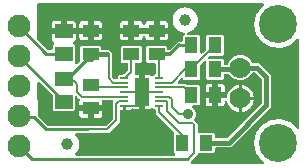
<source format=gbr>
G04 EAGLE Gerber RS-274X export*
G75*
%MOMM*%
%FSLAX34Y34*%
%LPD*%
%INTop Copper*%
%IPPOS*%
%AMOC8*
5,1,8,0,0,1.08239X$1,22.5*%
G01*
%ADD10R,1.100000X1.400000*%
%ADD11R,1.400000X1.100000*%
%ADD12C,1.778000*%
%ADD13R,1.270000X2.350000*%
%ADD14R,0.700000X0.200000*%
%ADD15C,1.000000*%
%ADD16R,1.500000X1.300000*%
%ADD17C,3.216000*%
%ADD18C,1.930400*%
%ADD19C,0.406400*%
%ADD20C,0.203200*%
%ADD21C,0.254000*%
%ADD22C,0.906400*%
%ADD23C,0.304800*%

G36*
X220497Y2559D02*
X220497Y2559D01*
X220642Y2574D01*
X220655Y2579D01*
X220668Y2581D01*
X220803Y2634D01*
X220940Y2685D01*
X220952Y2693D01*
X220964Y2698D01*
X221081Y2783D01*
X221202Y2866D01*
X221211Y2877D01*
X221221Y2884D01*
X221315Y2997D01*
X221410Y3107D01*
X221416Y3119D01*
X221424Y3129D01*
X221486Y3261D01*
X221551Y3392D01*
X221554Y3405D01*
X221560Y3417D01*
X221587Y3560D01*
X221618Y3703D01*
X221617Y3716D01*
X221620Y3729D01*
X221611Y3874D01*
X221605Y4020D01*
X221601Y4034D01*
X221600Y4047D01*
X221555Y4185D01*
X221513Y4325D01*
X221506Y4337D01*
X221502Y4349D01*
X221424Y4473D01*
X221348Y4597D01*
X221339Y4607D01*
X221332Y4618D01*
X221225Y4718D01*
X221122Y4820D01*
X221106Y4830D01*
X221100Y4836D01*
X221085Y4844D01*
X220987Y4909D01*
X220209Y5359D01*
X215288Y12131D01*
X213548Y20320D01*
X215288Y28509D01*
X220209Y35281D01*
X227459Y39467D01*
X235784Y40342D01*
X243746Y37755D01*
X249341Y32718D01*
X249428Y32657D01*
X249509Y32590D01*
X249558Y32567D01*
X249602Y32536D01*
X249701Y32499D01*
X249797Y32454D01*
X249850Y32444D01*
X249900Y32425D01*
X250005Y32414D01*
X250110Y32394D01*
X250163Y32398D01*
X250216Y32392D01*
X250321Y32407D01*
X250427Y32414D01*
X250478Y32431D01*
X250531Y32438D01*
X250629Y32479D01*
X250729Y32512D01*
X250775Y32541D01*
X250824Y32561D01*
X250908Y32625D01*
X250998Y32682D01*
X251035Y32721D01*
X251077Y32754D01*
X251143Y32837D01*
X251216Y32914D01*
X251242Y32961D01*
X251275Y33003D01*
X251318Y33100D01*
X251370Y33192D01*
X251383Y33244D01*
X251405Y33293D01*
X251423Y33398D01*
X251449Y33500D01*
X251454Y33585D01*
X251458Y33607D01*
X251457Y33622D01*
X251459Y33661D01*
X251459Y107309D01*
X251446Y107414D01*
X251442Y107520D01*
X251426Y107571D01*
X251419Y107624D01*
X251380Y107723D01*
X251350Y107825D01*
X251322Y107870D01*
X251302Y107920D01*
X251240Y108006D01*
X251185Y108097D01*
X251147Y108134D01*
X251116Y108178D01*
X251034Y108245D01*
X250958Y108319D01*
X250912Y108346D01*
X250871Y108380D01*
X250775Y108426D01*
X250683Y108479D01*
X250631Y108493D01*
X250583Y108516D01*
X250479Y108536D01*
X250377Y108564D01*
X250323Y108566D01*
X250271Y108576D01*
X250165Y108569D01*
X250059Y108571D01*
X250006Y108559D01*
X249953Y108556D01*
X249852Y108523D01*
X249749Y108499D01*
X249702Y108474D01*
X249651Y108458D01*
X249561Y108401D01*
X249467Y108352D01*
X249400Y108299D01*
X249382Y108288D01*
X249371Y108276D01*
X249341Y108252D01*
X243746Y103215D01*
X235784Y100628D01*
X227459Y101503D01*
X220209Y105689D01*
X215288Y112461D01*
X213548Y120650D01*
X215288Y128839D01*
X220209Y135611D01*
X220987Y136061D01*
X221103Y136149D01*
X221221Y136234D01*
X221230Y136245D01*
X221241Y136253D01*
X221331Y136367D01*
X221424Y136479D01*
X221430Y136492D01*
X221438Y136502D01*
X221498Y136636D01*
X221560Y136767D01*
X221562Y136780D01*
X221568Y136793D01*
X221592Y136938D01*
X221620Y137080D01*
X221619Y137093D01*
X221621Y137106D01*
X221609Y137252D01*
X221600Y137397D01*
X221596Y137410D01*
X221595Y137423D01*
X221547Y137561D01*
X221502Y137699D01*
X221495Y137711D01*
X221490Y137724D01*
X221410Y137845D01*
X221332Y137968D01*
X221322Y137977D01*
X221314Y137989D01*
X221206Y138086D01*
X221100Y138186D01*
X221088Y138193D01*
X221078Y138202D01*
X220949Y138269D01*
X220821Y138340D01*
X220808Y138343D01*
X220796Y138349D01*
X220654Y138383D01*
X220514Y138419D01*
X220495Y138420D01*
X220487Y138422D01*
X220470Y138422D01*
X220353Y138429D01*
X30557Y138429D01*
X30433Y138414D01*
X30309Y138405D01*
X30276Y138394D01*
X30241Y138389D01*
X30125Y138344D01*
X30007Y138304D01*
X29978Y138285D01*
X29945Y138272D01*
X29845Y138199D01*
X29740Y138132D01*
X29716Y138106D01*
X29688Y138086D01*
X29609Y137990D01*
X29524Y137898D01*
X29508Y137868D01*
X29485Y137841D01*
X29432Y137728D01*
X29373Y137618D01*
X29365Y137584D01*
X29350Y137553D01*
X29326Y137431D01*
X29296Y137310D01*
X29293Y137259D01*
X29290Y137241D01*
X29291Y137219D01*
X29287Y137149D01*
X29533Y108643D01*
X29546Y108551D01*
X29549Y108457D01*
X29567Y108394D01*
X29576Y108328D01*
X29611Y108241D01*
X29637Y108151D01*
X29670Y108095D01*
X29695Y108033D01*
X29751Y107958D01*
X29798Y107878D01*
X29874Y107792D01*
X29884Y107778D01*
X29891Y107772D01*
X29905Y107757D01*
X38331Y99330D01*
X38409Y99270D01*
X38481Y99202D01*
X38534Y99173D01*
X38582Y99136D01*
X38673Y99096D01*
X38760Y99048D01*
X38819Y99033D01*
X38874Y99009D01*
X38972Y98994D01*
X39068Y98969D01*
X39168Y98963D01*
X39188Y98959D01*
X39201Y98961D01*
X39229Y98959D01*
X41522Y98959D01*
X41640Y98974D01*
X41759Y98981D01*
X41797Y98994D01*
X41838Y98999D01*
X41948Y99042D01*
X42061Y99079D01*
X42096Y99101D01*
X42133Y99116D01*
X42229Y99185D01*
X42330Y99249D01*
X42358Y99279D01*
X42391Y99302D01*
X42467Y99394D01*
X42548Y99481D01*
X42568Y99516D01*
X42593Y99547D01*
X42644Y99655D01*
X42702Y99759D01*
X42712Y99799D01*
X42729Y99835D01*
X42751Y99952D01*
X42781Y100067D01*
X42785Y100127D01*
X42789Y100147D01*
X42787Y100168D01*
X42791Y100228D01*
X42791Y103147D01*
X43750Y104105D01*
X43826Y104204D01*
X43909Y104299D01*
X43924Y104330D01*
X43944Y104356D01*
X43994Y104472D01*
X44050Y104584D01*
X44057Y104617D01*
X44071Y104648D01*
X44091Y104773D01*
X44117Y104895D01*
X44115Y104929D01*
X44121Y104962D01*
X44109Y105088D01*
X44104Y105213D01*
X44094Y105245D01*
X44091Y105279D01*
X44048Y105398D01*
X44012Y105518D01*
X43995Y105546D01*
X43983Y105578D01*
X43913Y105682D01*
X43848Y105790D01*
X43824Y105813D01*
X43805Y105841D01*
X43710Y105924D01*
X43621Y106013D01*
X43580Y106040D01*
X43566Y106052D01*
X43547Y106062D01*
X43487Y106102D01*
X43010Y106377D01*
X42537Y106850D01*
X42202Y107429D01*
X42029Y108076D01*
X42029Y112371D01*
X50800Y112371D01*
X50918Y112386D01*
X51037Y112393D01*
X51075Y112406D01*
X51115Y112411D01*
X51226Y112454D01*
X51339Y112491D01*
X51374Y112513D01*
X51411Y112528D01*
X51507Y112598D01*
X51608Y112661D01*
X51636Y112691D01*
X51668Y112715D01*
X51744Y112806D01*
X51826Y112893D01*
X51845Y112928D01*
X51871Y112959D01*
X51922Y113067D01*
X51979Y113171D01*
X51990Y113211D01*
X52007Y113247D01*
X52029Y113364D01*
X52059Y113479D01*
X52063Y113540D01*
X52067Y113560D01*
X52065Y113580D01*
X52069Y113640D01*
X52069Y114911D01*
X52071Y114911D01*
X52071Y113640D01*
X52086Y113522D01*
X52093Y113403D01*
X52106Y113365D01*
X52111Y113325D01*
X52155Y113214D01*
X52191Y113101D01*
X52213Y113066D01*
X52228Y113029D01*
X52298Y112933D01*
X52361Y112832D01*
X52391Y112804D01*
X52415Y112771D01*
X52506Y112696D01*
X52593Y112614D01*
X52628Y112594D01*
X52660Y112569D01*
X52767Y112518D01*
X52871Y112460D01*
X52911Y112450D01*
X52947Y112433D01*
X53064Y112411D01*
X53179Y112381D01*
X53240Y112377D01*
X53260Y112373D01*
X53280Y112375D01*
X53340Y112371D01*
X62111Y112371D01*
X62111Y108076D01*
X61938Y107429D01*
X61603Y106850D01*
X61130Y106377D01*
X60653Y106102D01*
X60554Y106026D01*
X60449Y105955D01*
X60427Y105930D01*
X60400Y105909D01*
X60322Y105811D01*
X60239Y105717D01*
X60223Y105687D01*
X60202Y105660D01*
X60151Y105545D01*
X60094Y105433D01*
X60087Y105401D01*
X60073Y105370D01*
X60052Y105246D01*
X60024Y105123D01*
X60025Y105090D01*
X60020Y105056D01*
X60030Y104931D01*
X60034Y104805D01*
X60044Y104773D01*
X60046Y104739D01*
X60087Y104621D01*
X60123Y104500D01*
X60140Y104471D01*
X60151Y104439D01*
X60220Y104334D01*
X60284Y104226D01*
X60316Y104189D01*
X60326Y104174D01*
X60343Y104159D01*
X60390Y104105D01*
X61349Y103147D01*
X61349Y88385D01*
X61366Y88247D01*
X61379Y88108D01*
X61386Y88089D01*
X61389Y88069D01*
X61440Y87940D01*
X61487Y87809D01*
X61498Y87792D01*
X61506Y87773D01*
X61587Y87661D01*
X61665Y87546D01*
X61681Y87532D01*
X61692Y87516D01*
X61800Y87427D01*
X61904Y87335D01*
X61922Y87326D01*
X61937Y87313D01*
X62063Y87254D01*
X62187Y87191D01*
X62207Y87186D01*
X62225Y87178D01*
X62361Y87152D01*
X62497Y87121D01*
X62518Y87122D01*
X62537Y87118D01*
X62676Y87126D01*
X62815Y87131D01*
X62835Y87136D01*
X62855Y87138D01*
X62987Y87180D01*
X63121Y87219D01*
X63138Y87229D01*
X63157Y87236D01*
X63275Y87310D01*
X63395Y87381D01*
X63416Y87399D01*
X63426Y87406D01*
X63440Y87421D01*
X63515Y87487D01*
X65780Y89751D01*
X65840Y89829D01*
X65908Y89901D01*
X65937Y89954D01*
X65974Y90002D01*
X66014Y90093D01*
X66062Y90180D01*
X66077Y90239D01*
X66101Y90294D01*
X66116Y90392D01*
X66141Y90488D01*
X66147Y90588D01*
X66151Y90608D01*
X66149Y90621D01*
X66151Y90649D01*
X66151Y101647D01*
X67193Y102689D01*
X82667Y102689D01*
X83709Y101647D01*
X83709Y100330D01*
X83724Y100212D01*
X83731Y100093D01*
X83744Y100055D01*
X83749Y100014D01*
X83792Y99904D01*
X83829Y99791D01*
X83851Y99756D01*
X83866Y99719D01*
X83935Y99623D01*
X83999Y99522D01*
X84029Y99494D01*
X84052Y99461D01*
X84144Y99385D01*
X84231Y99304D01*
X84266Y99284D01*
X84297Y99259D01*
X84405Y99208D01*
X84509Y99150D01*
X84549Y99140D01*
X84585Y99123D01*
X84702Y99101D01*
X84817Y99071D01*
X84877Y99067D01*
X84897Y99063D01*
X84918Y99065D01*
X84978Y99061D01*
X90478Y99061D01*
X92711Y96828D01*
X92711Y95917D01*
X92723Y95819D01*
X92726Y95720D01*
X92743Y95662D01*
X92751Y95602D01*
X92787Y95510D01*
X92815Y95415D01*
X92845Y95362D01*
X92868Y95306D01*
X92926Y95226D01*
X92965Y95160D01*
X92965Y76613D01*
X92977Y76515D01*
X92980Y76416D01*
X92997Y76358D01*
X93005Y76298D01*
X93041Y76206D01*
X93069Y76111D01*
X93099Y76058D01*
X93122Y76002D01*
X93180Y75922D01*
X93230Y75837D01*
X93297Y75761D01*
X93308Y75745D01*
X93318Y75737D01*
X93336Y75716D01*
X94386Y74666D01*
X94464Y74606D01*
X94536Y74538D01*
X94589Y74509D01*
X94637Y74472D01*
X94728Y74432D01*
X94815Y74384D01*
X94873Y74369D01*
X94929Y74345D01*
X95027Y74330D01*
X95123Y74305D01*
X95223Y74299D01*
X95243Y74295D01*
X95255Y74297D01*
X95283Y74295D01*
X96812Y74295D01*
X96930Y74310D01*
X97049Y74317D01*
X97087Y74330D01*
X97128Y74335D01*
X97238Y74378D01*
X97351Y74415D01*
X97386Y74437D01*
X97423Y74452D01*
X97519Y74521D01*
X97620Y74585D01*
X97648Y74615D01*
X97681Y74638D01*
X97757Y74730D01*
X97838Y74817D01*
X97858Y74852D01*
X97883Y74883D01*
X97934Y74991D01*
X97992Y75095D01*
X98002Y75135D01*
X98019Y75171D01*
X98041Y75288D01*
X98071Y75403D01*
X98075Y75463D01*
X98079Y75483D01*
X98077Y75504D01*
X98081Y75564D01*
X98081Y77237D01*
X99123Y78279D01*
X101661Y78279D01*
X101759Y78291D01*
X101858Y78294D01*
X101860Y78295D01*
X102427Y78295D01*
X102525Y78307D01*
X102624Y78310D01*
X102682Y78327D01*
X102742Y78335D01*
X102834Y78371D01*
X102929Y78399D01*
X102982Y78429D01*
X103038Y78452D01*
X103118Y78510D01*
X103203Y78560D01*
X103279Y78626D01*
X103295Y78638D01*
X103303Y78648D01*
X103324Y78666D01*
X106054Y81396D01*
X106114Y81474D01*
X106182Y81546D01*
X106211Y81599D01*
X106248Y81647D01*
X106288Y81738D01*
X106336Y81825D01*
X106351Y81883D01*
X106375Y81939D01*
X106390Y82037D01*
X106415Y82133D01*
X106421Y82233D01*
X106425Y82253D01*
X106423Y82265D01*
X106425Y82293D01*
X106425Y86862D01*
X106410Y86980D01*
X106403Y87099D01*
X106390Y87137D01*
X106385Y87178D01*
X106342Y87288D01*
X106305Y87401D01*
X106283Y87436D01*
X106268Y87473D01*
X106199Y87569D01*
X106135Y87670D01*
X106105Y87698D01*
X106082Y87731D01*
X105990Y87807D01*
X105903Y87888D01*
X105868Y87908D01*
X105837Y87933D01*
X105729Y87984D01*
X105625Y88042D01*
X105585Y88052D01*
X105549Y88069D01*
X105432Y88091D01*
X105317Y88121D01*
X105257Y88125D01*
X105237Y88129D01*
X105216Y88127D01*
X105156Y88131D01*
X101483Y88131D01*
X100441Y89173D01*
X100441Y101647D01*
X101483Y102689D01*
X116957Y102689D01*
X117999Y101647D01*
X117999Y89173D01*
X116957Y88131D01*
X113284Y88131D01*
X113166Y88116D01*
X113047Y88109D01*
X113009Y88096D01*
X112968Y88091D01*
X112858Y88048D01*
X112745Y88011D01*
X112710Y87989D01*
X112673Y87974D01*
X112577Y87905D01*
X112476Y87841D01*
X112448Y87811D01*
X112415Y87788D01*
X112339Y87696D01*
X112258Y87609D01*
X112238Y87574D01*
X112213Y87543D01*
X112162Y87435D01*
X112104Y87331D01*
X112094Y87291D01*
X112077Y87255D01*
X112055Y87138D01*
X112025Y87023D01*
X112021Y86963D01*
X112017Y86943D01*
X112019Y86922D01*
X112015Y86862D01*
X112015Y79060D01*
X112030Y78942D01*
X112037Y78823D01*
X112050Y78785D01*
X112055Y78744D01*
X112098Y78634D01*
X112135Y78521D01*
X112157Y78486D01*
X112172Y78449D01*
X112241Y78353D01*
X112305Y78252D01*
X112335Y78224D01*
X112358Y78191D01*
X112450Y78115D01*
X112537Y78034D01*
X112572Y78014D01*
X112603Y77989D01*
X112711Y77938D01*
X112815Y77880D01*
X112855Y77870D01*
X112891Y77853D01*
X113008Y77831D01*
X113123Y77801D01*
X113183Y77797D01*
X113203Y77793D01*
X113224Y77795D01*
X113284Y77791D01*
X115571Y77791D01*
X115571Y64770D01*
X115586Y64652D01*
X115593Y64533D01*
X115606Y64495D01*
X115611Y64455D01*
X115654Y64344D01*
X115691Y64231D01*
X115713Y64196D01*
X115728Y64159D01*
X115798Y64063D01*
X115861Y63962D01*
X115891Y63934D01*
X115915Y63902D01*
X116006Y63826D01*
X116093Y63744D01*
X116128Y63725D01*
X116159Y63699D01*
X116267Y63648D01*
X116371Y63591D01*
X116411Y63580D01*
X116447Y63563D01*
X116564Y63541D01*
X116679Y63511D01*
X116740Y63507D01*
X116760Y63503D01*
X116780Y63505D01*
X116840Y63501D01*
X119380Y63501D01*
X119498Y63516D01*
X119617Y63523D01*
X119655Y63536D01*
X119695Y63541D01*
X119806Y63585D01*
X119919Y63621D01*
X119954Y63643D01*
X119991Y63658D01*
X120087Y63728D01*
X120188Y63791D01*
X120216Y63821D01*
X120248Y63845D01*
X120324Y63936D01*
X120406Y64023D01*
X120425Y64058D01*
X120451Y64090D01*
X120502Y64197D01*
X120559Y64301D01*
X120570Y64341D01*
X120587Y64377D01*
X120609Y64494D01*
X120639Y64609D01*
X120643Y64670D01*
X120647Y64690D01*
X120645Y64710D01*
X120649Y64770D01*
X120649Y77791D01*
X124794Y77791D01*
X125441Y77618D01*
X126089Y77243D01*
X126110Y77225D01*
X126146Y77207D01*
X126178Y77182D01*
X126287Y77134D01*
X126393Y77080D01*
X126432Y77072D01*
X126469Y77056D01*
X126587Y77037D01*
X126703Y77011D01*
X126744Y77012D01*
X126784Y77006D01*
X126902Y77017D01*
X127021Y77020D01*
X127060Y77032D01*
X127100Y77035D01*
X127212Y77076D01*
X127327Y77109D01*
X127361Y77129D01*
X127399Y77143D01*
X127498Y77210D01*
X127600Y77270D01*
X127646Y77310D01*
X127663Y77322D01*
X127676Y77337D01*
X127721Y77377D01*
X128623Y78279D01*
X128796Y78279D01*
X128914Y78294D01*
X129033Y78301D01*
X129071Y78314D01*
X129112Y78319D01*
X129222Y78362D01*
X129335Y78399D01*
X129370Y78421D01*
X129407Y78436D01*
X129503Y78505D01*
X129604Y78569D01*
X129632Y78599D01*
X129665Y78622D01*
X129741Y78714D01*
X129822Y78801D01*
X129842Y78836D01*
X129867Y78867D01*
X129918Y78975D01*
X129976Y79079D01*
X129986Y79119D01*
X130003Y79155D01*
X130025Y79272D01*
X130055Y79387D01*
X130059Y79447D01*
X130063Y79467D01*
X130061Y79488D01*
X130065Y79548D01*
X130065Y86862D01*
X130050Y86980D01*
X130043Y87099D01*
X130030Y87137D01*
X130025Y87178D01*
X129982Y87288D01*
X129945Y87401D01*
X129923Y87436D01*
X129908Y87473D01*
X129839Y87569D01*
X129775Y87670D01*
X129745Y87698D01*
X129722Y87731D01*
X129630Y87807D01*
X129543Y87888D01*
X129508Y87908D01*
X129477Y87933D01*
X129369Y87984D01*
X129265Y88042D01*
X129225Y88052D01*
X129189Y88069D01*
X129072Y88091D01*
X128957Y88121D01*
X128897Y88125D01*
X128877Y88129D01*
X128856Y88127D01*
X128796Y88131D01*
X123073Y88131D01*
X122031Y89173D01*
X122031Y101647D01*
X123073Y102689D01*
X138547Y102689D01*
X139589Y101647D01*
X139589Y100334D01*
X139606Y100196D01*
X139619Y100057D01*
X139626Y100038D01*
X139629Y100018D01*
X139680Y99889D01*
X139727Y99758D01*
X139738Y99741D01*
X139746Y99723D01*
X139827Y99610D01*
X139905Y99495D01*
X139921Y99482D01*
X139932Y99465D01*
X140040Y99377D01*
X140144Y99284D01*
X140162Y99275D01*
X140177Y99262D01*
X140303Y99203D01*
X140427Y99140D01*
X140447Y99135D01*
X140465Y99127D01*
X140601Y99101D01*
X140737Y99070D01*
X140758Y99071D01*
X140777Y99067D01*
X140916Y99076D01*
X141055Y99080D01*
X141075Y99086D01*
X141095Y99087D01*
X141227Y99130D01*
X141361Y99168D01*
X141378Y99179D01*
X141397Y99185D01*
X141515Y99259D01*
X141635Y99330D01*
X141656Y99348D01*
X141666Y99355D01*
X141680Y99370D01*
X141755Y99436D01*
X148492Y106173D01*
X151632Y106173D01*
X151750Y106188D01*
X151869Y106195D01*
X151907Y106208D01*
X151948Y106213D01*
X152058Y106256D01*
X152171Y106293D01*
X152206Y106315D01*
X152243Y106330D01*
X152339Y106399D01*
X152440Y106463D01*
X152468Y106493D01*
X152501Y106516D01*
X152577Y106608D01*
X152658Y106695D01*
X152678Y106730D01*
X152703Y106761D01*
X152754Y106869D01*
X152812Y106973D01*
X152822Y107013D01*
X152839Y107049D01*
X152861Y107166D01*
X152891Y107281D01*
X152895Y107341D01*
X152899Y107361D01*
X152897Y107382D01*
X152901Y107442D01*
X152901Y110607D01*
X154050Y111756D01*
X154132Y111861D01*
X154217Y111962D01*
X154229Y111986D01*
X154245Y112007D01*
X154298Y112129D01*
X154356Y112248D01*
X154361Y112274D01*
X154372Y112299D01*
X154392Y112430D01*
X154419Y112560D01*
X154417Y112586D01*
X154421Y112613D01*
X154409Y112745D01*
X154402Y112877D01*
X154394Y112903D01*
X154392Y112930D01*
X154347Y113054D01*
X154307Y113181D01*
X154293Y113204D01*
X154284Y113229D01*
X154210Y113339D01*
X154140Y113451D01*
X154121Y113470D01*
X154105Y113492D01*
X154006Y113580D01*
X153911Y113672D01*
X153887Y113685D01*
X153867Y113703D01*
X153749Y113763D01*
X153634Y113828D01*
X153598Y113840D01*
X153584Y113847D01*
X153563Y113852D01*
X153481Y113879D01*
X153200Y113955D01*
X153170Y113959D01*
X153141Y113969D01*
X152982Y113993D01*
X152773Y114011D01*
X152739Y114030D01*
X152611Y114102D01*
X152596Y114107D01*
X152590Y114111D01*
X152574Y114114D01*
X152459Y114153D01*
X151935Y114294D01*
X151790Y114314D01*
X151644Y114336D01*
X151632Y114335D01*
X151620Y114337D01*
X151583Y114332D01*
X151402Y114416D01*
X151373Y114426D01*
X151347Y114441D01*
X151194Y114492D01*
X150991Y114546D01*
X150962Y114570D01*
X150848Y114664D01*
X150834Y114671D01*
X150828Y114676D01*
X150814Y114682D01*
X150707Y114741D01*
X150216Y114970D01*
X150075Y115015D01*
X149936Y115062D01*
X149924Y115063D01*
X149913Y115067D01*
X149875Y115069D01*
X149712Y115183D01*
X149685Y115197D01*
X149662Y115217D01*
X149520Y115294D01*
X149330Y115383D01*
X149305Y115411D01*
X149209Y115523D01*
X149197Y115533D01*
X149192Y115539D01*
X149178Y115547D01*
X149083Y115624D01*
X148639Y115934D01*
X148509Y116003D01*
X148380Y116074D01*
X148369Y116077D01*
X148358Y116083D01*
X148321Y116091D01*
X148180Y116232D01*
X148156Y116251D01*
X148137Y116274D01*
X148011Y116374D01*
X147839Y116495D01*
X147819Y116527D01*
X147744Y116654D01*
X147734Y116666D01*
X147730Y116672D01*
X147719Y116683D01*
X147638Y116775D01*
X147255Y117158D01*
X147138Y117248D01*
X147024Y117341D01*
X147013Y117346D01*
X147003Y117353D01*
X146969Y117368D01*
X146854Y117531D01*
X146834Y117553D01*
X146819Y117580D01*
X146712Y117701D01*
X146564Y117849D01*
X146550Y117884D01*
X146498Y118022D01*
X146490Y118036D01*
X146487Y118043D01*
X146478Y118055D01*
X146414Y118159D01*
X146104Y118603D01*
X146004Y118713D01*
X145908Y118824D01*
X145898Y118830D01*
X145890Y118839D01*
X145858Y118860D01*
X145774Y119040D01*
X145758Y119066D01*
X145747Y119094D01*
X145663Y119232D01*
X145543Y119404D01*
X145535Y119442D01*
X145508Y119586D01*
X145503Y119601D01*
X145501Y119608D01*
X145494Y119622D01*
X145450Y119736D01*
X145221Y120227D01*
X145142Y120352D01*
X145066Y120478D01*
X145058Y120486D01*
X145051Y120496D01*
X145024Y120522D01*
X144972Y120714D01*
X144961Y120742D01*
X144955Y120772D01*
X144896Y120922D01*
X144808Y121112D01*
X144807Y121151D01*
X144805Y121298D01*
X144802Y121313D01*
X144802Y121321D01*
X144798Y121336D01*
X144774Y121455D01*
X144633Y121979D01*
X144578Y122115D01*
X144524Y122253D01*
X144518Y122262D01*
X144513Y122273D01*
X144490Y122304D01*
X144473Y122502D01*
X144467Y122532D01*
X144466Y122562D01*
X144435Y122720D01*
X144380Y122923D01*
X144386Y122961D01*
X144410Y123106D01*
X144410Y123121D01*
X144411Y123129D01*
X144409Y123145D01*
X144406Y123267D01*
X144359Y123806D01*
X144328Y123950D01*
X144299Y124095D01*
X144294Y124106D01*
X144292Y124117D01*
X144275Y124151D01*
X144292Y124349D01*
X144291Y124380D01*
X144296Y124410D01*
X144292Y124571D01*
X144274Y124780D01*
X144286Y124816D01*
X144335Y124955D01*
X144337Y124970D01*
X144340Y124978D01*
X144341Y124994D01*
X144359Y125114D01*
X144406Y125653D01*
X144401Y125801D01*
X144398Y125948D01*
X144395Y125960D01*
X144394Y125971D01*
X144383Y126008D01*
X144435Y126200D01*
X144439Y126230D01*
X144449Y126259D01*
X144473Y126418D01*
X144491Y126627D01*
X144510Y126661D01*
X144582Y126789D01*
X144587Y126804D01*
X144591Y126810D01*
X144594Y126826D01*
X144633Y126941D01*
X144774Y127465D01*
X144794Y127610D01*
X144816Y127756D01*
X144815Y127768D01*
X144817Y127780D01*
X144812Y127818D01*
X144896Y127998D01*
X144906Y128027D01*
X144921Y128053D01*
X144972Y128206D01*
X145026Y128409D01*
X145050Y128438D01*
X145144Y128552D01*
X145151Y128566D01*
X145156Y128572D01*
X145162Y128586D01*
X145221Y128693D01*
X145450Y129184D01*
X145495Y129325D01*
X145542Y129464D01*
X145543Y129476D01*
X145547Y129487D01*
X145549Y129525D01*
X145663Y129688D01*
X145677Y129715D01*
X145697Y129738D01*
X145774Y129880D01*
X145863Y130070D01*
X145891Y130095D01*
X146003Y130191D01*
X146013Y130203D01*
X146019Y130208D01*
X146027Y130222D01*
X146104Y130317D01*
X146414Y130761D01*
X146483Y130891D01*
X146554Y131020D01*
X146557Y131031D01*
X146563Y131042D01*
X146571Y131079D01*
X146712Y131220D01*
X146731Y131244D01*
X146754Y131263D01*
X146854Y131389D01*
X146975Y131561D01*
X147007Y131581D01*
X147134Y131656D01*
X147146Y131666D01*
X147152Y131670D01*
X147163Y131681D01*
X147255Y131762D01*
X147638Y132145D01*
X147729Y132263D01*
X147821Y132376D01*
X147826Y132387D01*
X147833Y132397D01*
X147848Y132431D01*
X148011Y132546D01*
X148033Y132566D01*
X148060Y132581D01*
X148180Y132688D01*
X148329Y132836D01*
X148364Y132850D01*
X148502Y132902D01*
X148516Y132910D01*
X148523Y132913D01*
X148535Y132922D01*
X148639Y132986D01*
X149083Y133296D01*
X149193Y133396D01*
X149304Y133492D01*
X149310Y133502D01*
X149319Y133510D01*
X149340Y133542D01*
X149520Y133626D01*
X149546Y133642D01*
X149574Y133653D01*
X149712Y133737D01*
X149884Y133857D01*
X149922Y133865D01*
X150066Y133892D01*
X150081Y133897D01*
X150088Y133899D01*
X150102Y133906D01*
X150216Y133950D01*
X150707Y134179D01*
X150832Y134258D01*
X150958Y134334D01*
X150966Y134342D01*
X150976Y134349D01*
X151002Y134376D01*
X151194Y134428D01*
X151222Y134439D01*
X151252Y134445D01*
X151402Y134504D01*
X151592Y134592D01*
X151631Y134593D01*
X151778Y134595D01*
X151793Y134598D01*
X151801Y134598D01*
X151816Y134602D01*
X151935Y134626D01*
X152459Y134767D01*
X152595Y134822D01*
X152733Y134876D01*
X152742Y134882D01*
X152753Y134887D01*
X152784Y134910D01*
X152982Y134927D01*
X153012Y134933D01*
X153042Y134934D01*
X153200Y134965D01*
X153403Y135020D01*
X153441Y135014D01*
X153586Y134990D01*
X153601Y134990D01*
X153609Y134989D01*
X153625Y134991D01*
X153747Y134994D01*
X154286Y135041D01*
X154430Y135072D01*
X154575Y135101D01*
X154586Y135106D01*
X154597Y135108D01*
X154631Y135125D01*
X154829Y135108D01*
X154860Y135109D01*
X154890Y135104D01*
X155051Y135108D01*
X155260Y135126D01*
X155296Y135114D01*
X155435Y135065D01*
X155450Y135063D01*
X155458Y135060D01*
X155474Y135059D01*
X155594Y135041D01*
X156133Y134994D01*
X156281Y134999D01*
X156428Y135002D01*
X156440Y135005D01*
X156451Y135006D01*
X156488Y135017D01*
X156680Y134965D01*
X156710Y134961D01*
X156739Y134951D01*
X156898Y134927D01*
X157107Y134909D01*
X157141Y134890D01*
X157269Y134818D01*
X157284Y134813D01*
X157290Y134809D01*
X157306Y134806D01*
X157421Y134767D01*
X157945Y134626D01*
X158090Y134606D01*
X158236Y134584D01*
X158248Y134585D01*
X158260Y134583D01*
X158298Y134588D01*
X158478Y134504D01*
X158507Y134494D01*
X158533Y134479D01*
X158686Y134428D01*
X158889Y134374D01*
X158918Y134350D01*
X159032Y134256D01*
X159046Y134249D01*
X159052Y134244D01*
X159066Y134238D01*
X159173Y134179D01*
X159664Y133950D01*
X159805Y133905D01*
X159944Y133858D01*
X159956Y133857D01*
X159967Y133853D01*
X160005Y133851D01*
X160168Y133737D01*
X160195Y133723D01*
X160218Y133703D01*
X160360Y133626D01*
X160550Y133537D01*
X160575Y133509D01*
X160671Y133397D01*
X160683Y133387D01*
X160688Y133381D01*
X160702Y133373D01*
X160797Y133296D01*
X161241Y132986D01*
X161371Y132917D01*
X161500Y132846D01*
X161511Y132843D01*
X161522Y132837D01*
X161559Y132829D01*
X161700Y132688D01*
X161724Y132669D01*
X161743Y132646D01*
X161869Y132546D01*
X162041Y132425D01*
X162061Y132393D01*
X162136Y132266D01*
X162146Y132254D01*
X162150Y132248D01*
X162161Y132237D01*
X162242Y132145D01*
X162625Y131762D01*
X162743Y131671D01*
X162856Y131579D01*
X162867Y131574D01*
X162877Y131567D01*
X162911Y131552D01*
X163026Y131389D01*
X163046Y131367D01*
X163061Y131340D01*
X163168Y131220D01*
X163316Y131071D01*
X163330Y131036D01*
X163382Y130898D01*
X163390Y130884D01*
X163393Y130877D01*
X163402Y130865D01*
X163466Y130761D01*
X163776Y130317D01*
X163876Y130207D01*
X163972Y130096D01*
X163982Y130090D01*
X163990Y130081D01*
X164022Y130060D01*
X164106Y129880D01*
X164122Y129854D01*
X164133Y129826D01*
X164217Y129688D01*
X164337Y129516D01*
X164345Y129478D01*
X164372Y129334D01*
X164377Y129319D01*
X164379Y129312D01*
X164386Y129298D01*
X164430Y129184D01*
X164659Y128693D01*
X164738Y128568D01*
X164814Y128442D01*
X164822Y128434D01*
X164829Y128424D01*
X164856Y128398D01*
X164908Y128206D01*
X164919Y128178D01*
X164925Y128148D01*
X164984Y127998D01*
X165072Y127808D01*
X165073Y127769D01*
X165075Y127622D01*
X165078Y127607D01*
X165078Y127599D01*
X165082Y127584D01*
X165106Y127465D01*
X165247Y126941D01*
X165302Y126805D01*
X165356Y126667D01*
X165362Y126658D01*
X165367Y126647D01*
X165390Y126616D01*
X165407Y126418D01*
X165413Y126388D01*
X165414Y126358D01*
X165445Y126200D01*
X165500Y125997D01*
X165494Y125959D01*
X165470Y125814D01*
X165470Y125799D01*
X165469Y125791D01*
X165471Y125775D01*
X165474Y125654D01*
X165521Y125114D01*
X165552Y124969D01*
X165581Y124825D01*
X165586Y124815D01*
X165588Y124803D01*
X165605Y124769D01*
X165588Y124571D01*
X165589Y124540D01*
X165584Y124510D01*
X165588Y124349D01*
X165606Y124140D01*
X165594Y124104D01*
X165545Y123965D01*
X165543Y123950D01*
X165540Y123943D01*
X165539Y123926D01*
X165521Y123806D01*
X165474Y123266D01*
X165479Y123119D01*
X165482Y122972D01*
X165485Y122960D01*
X165486Y122949D01*
X165497Y122912D01*
X165445Y122720D01*
X165441Y122690D01*
X165431Y122661D01*
X165407Y122502D01*
X165389Y122293D01*
X165370Y122259D01*
X165298Y122131D01*
X165293Y122116D01*
X165289Y122110D01*
X165286Y122094D01*
X165247Y121979D01*
X165106Y121455D01*
X165086Y121310D01*
X165064Y121164D01*
X165065Y121152D01*
X165063Y121140D01*
X165068Y121103D01*
X164984Y120922D01*
X164974Y120893D01*
X164959Y120867D01*
X164908Y120714D01*
X164854Y120511D01*
X164830Y120482D01*
X164736Y120368D01*
X164729Y120354D01*
X164724Y120348D01*
X164718Y120334D01*
X164659Y120227D01*
X164430Y119736D01*
X164385Y119595D01*
X164338Y119456D01*
X164337Y119444D01*
X164333Y119433D01*
X164331Y119395D01*
X164217Y119232D01*
X164203Y119205D01*
X164183Y119182D01*
X164106Y119040D01*
X164017Y118850D01*
X163989Y118825D01*
X163877Y118729D01*
X163867Y118717D01*
X163861Y118712D01*
X163853Y118698D01*
X163776Y118603D01*
X163466Y118159D01*
X163397Y118029D01*
X163326Y117900D01*
X163323Y117889D01*
X163317Y117878D01*
X163309Y117841D01*
X163168Y117700D01*
X163149Y117676D01*
X163126Y117657D01*
X163026Y117531D01*
X162905Y117359D01*
X162873Y117339D01*
X162746Y117264D01*
X162734Y117254D01*
X162728Y117250D01*
X162717Y117239D01*
X162625Y117158D01*
X162242Y116775D01*
X162151Y116657D01*
X162059Y116544D01*
X162054Y116533D01*
X162047Y116523D01*
X162032Y116489D01*
X161869Y116374D01*
X161847Y116354D01*
X161820Y116339D01*
X161700Y116232D01*
X161551Y116084D01*
X161516Y116070D01*
X161378Y116018D01*
X161364Y116010D01*
X161357Y116007D01*
X161345Y115998D01*
X161241Y115934D01*
X160797Y115624D01*
X160687Y115524D01*
X160576Y115428D01*
X160570Y115418D01*
X160561Y115410D01*
X160540Y115378D01*
X160360Y115294D01*
X160334Y115278D01*
X160306Y115267D01*
X160168Y115183D01*
X159996Y115063D01*
X159958Y115055D01*
X159814Y115028D01*
X159799Y115023D01*
X159792Y115021D01*
X159778Y115014D01*
X159664Y114970D01*
X159173Y114741D01*
X159048Y114662D01*
X158922Y114586D01*
X158914Y114578D01*
X158904Y114571D01*
X158878Y114544D01*
X158686Y114492D01*
X158658Y114481D01*
X158628Y114475D01*
X158478Y114416D01*
X158288Y114328D01*
X158249Y114327D01*
X158102Y114325D01*
X158087Y114322D01*
X158079Y114322D01*
X158064Y114318D01*
X157945Y114294D01*
X157421Y114153D01*
X157284Y114098D01*
X157148Y114045D01*
X157138Y114038D01*
X157127Y114033D01*
X157008Y113945D01*
X156889Y113860D01*
X156877Y113848D01*
X156871Y113844D01*
X156861Y113831D01*
X156778Y113743D01*
X156770Y113734D01*
X156724Y113663D01*
X156670Y113599D01*
X156638Y113530D01*
X156597Y113467D01*
X156571Y113387D01*
X156535Y113311D01*
X156521Y113237D01*
X156497Y113165D01*
X156491Y113081D01*
X156475Y112998D01*
X156480Y112923D01*
X156475Y112848D01*
X156490Y112765D01*
X156495Y112681D01*
X156518Y112609D01*
X156532Y112535D01*
X156567Y112458D01*
X156593Y112379D01*
X156633Y112315D01*
X156665Y112246D01*
X156718Y112181D01*
X156763Y112110D01*
X156818Y112058D01*
X156866Y112000D01*
X156933Y111950D01*
X156995Y111892D01*
X157061Y111856D01*
X157122Y111811D01*
X157200Y111779D01*
X157273Y111738D01*
X157346Y111720D01*
X157416Y111691D01*
X157500Y111680D01*
X157581Y111659D01*
X157723Y111650D01*
X157731Y111649D01*
X157735Y111649D01*
X157742Y111649D01*
X166417Y111649D01*
X167459Y110607D01*
X167459Y97165D01*
X167476Y97028D01*
X167489Y96889D01*
X167496Y96870D01*
X167499Y96850D01*
X167550Y96721D01*
X167597Y96590D01*
X167608Y96573D01*
X167616Y96554D01*
X167697Y96442D01*
X167775Y96327D01*
X167791Y96313D01*
X167802Y96297D01*
X167910Y96208D01*
X168014Y96116D01*
X168032Y96107D01*
X168047Y96094D01*
X168173Y96035D01*
X168297Y95971D01*
X168317Y95967D01*
X168335Y95958D01*
X168471Y95932D01*
X168607Y95902D01*
X168628Y95902D01*
X168647Y95899D01*
X168786Y95907D01*
X168925Y95911D01*
X168945Y95917D01*
X168965Y95918D01*
X169097Y95961D01*
X169231Y96000D01*
X169248Y96010D01*
X169267Y96016D01*
X169385Y96091D01*
X169505Y96161D01*
X169526Y96180D01*
X169536Y96187D01*
X169550Y96202D01*
X169625Y96268D01*
X172530Y99172D01*
X172590Y99250D01*
X172658Y99322D01*
X172687Y99375D01*
X172724Y99423D01*
X172764Y99514D01*
X172812Y99601D01*
X172827Y99659D01*
X172851Y99715D01*
X172866Y99813D01*
X172891Y99909D01*
X172897Y100009D01*
X172901Y100029D01*
X172899Y100041D01*
X172901Y100069D01*
X172901Y110607D01*
X173943Y111649D01*
X186417Y111649D01*
X187459Y110607D01*
X187459Y95133D01*
X186417Y94091D01*
X175879Y94091D01*
X175781Y94079D01*
X175682Y94076D01*
X175624Y94059D01*
X175564Y94051D01*
X175472Y94015D01*
X175377Y93987D01*
X175324Y93957D01*
X175268Y93934D01*
X175188Y93876D01*
X175103Y93826D01*
X175027Y93760D01*
X175011Y93748D01*
X175003Y93738D01*
X174982Y93720D01*
X174758Y93496D01*
X174673Y93386D01*
X174584Y93279D01*
X174575Y93260D01*
X174563Y93244D01*
X174508Y93117D01*
X174448Y92991D01*
X174445Y92971D01*
X174437Y92952D01*
X174415Y92815D01*
X174389Y92678D01*
X174390Y92658D01*
X174387Y92638D01*
X174400Y92500D01*
X174408Y92361D01*
X174415Y92342D01*
X174416Y92322D01*
X174464Y92191D01*
X174506Y92059D01*
X174517Y92041D01*
X174524Y92022D01*
X174602Y91908D01*
X174677Y91790D01*
X174691Y91776D01*
X174703Y91759D01*
X174807Y91668D01*
X174908Y91572D01*
X174926Y91562D01*
X174941Y91549D01*
X175065Y91486D01*
X175187Y91418D01*
X175206Y91413D01*
X175224Y91404D01*
X175360Y91374D01*
X175495Y91339D01*
X175523Y91337D01*
X175535Y91334D01*
X175555Y91335D01*
X175655Y91329D01*
X186417Y91329D01*
X187459Y90287D01*
X187459Y87630D01*
X187474Y87512D01*
X187481Y87393D01*
X187494Y87355D01*
X187499Y87314D01*
X187542Y87204D01*
X187579Y87091D01*
X187601Y87056D01*
X187616Y87019D01*
X187685Y86923D01*
X187749Y86822D01*
X187779Y86794D01*
X187802Y86761D01*
X187894Y86685D01*
X187981Y86604D01*
X188016Y86584D01*
X188047Y86559D01*
X188155Y86508D01*
X188259Y86450D01*
X188299Y86440D01*
X188335Y86423D01*
X188452Y86401D01*
X188567Y86371D01*
X188627Y86367D01*
X188647Y86363D01*
X188668Y86365D01*
X188728Y86361D01*
X190142Y86361D01*
X190172Y86364D01*
X190201Y86362D01*
X190329Y86384D01*
X190458Y86401D01*
X190485Y86411D01*
X190514Y86416D01*
X190633Y86470D01*
X190754Y86518D01*
X190777Y86535D01*
X190804Y86547D01*
X190906Y86628D01*
X191011Y86704D01*
X191030Y86727D01*
X191053Y86746D01*
X191131Y86849D01*
X191214Y86949D01*
X191226Y86976D01*
X191244Y87000D01*
X191315Y87144D01*
X192565Y90163D01*
X195567Y93165D01*
X199488Y94789D01*
X203732Y94789D01*
X207653Y93165D01*
X210655Y90163D01*
X211379Y88414D01*
X211394Y88389D01*
X211403Y88361D01*
X211472Y88251D01*
X211537Y88138D01*
X211557Y88117D01*
X211573Y88092D01*
X211668Y88003D01*
X211758Y87910D01*
X211783Y87894D01*
X211805Y87874D01*
X211918Y87811D01*
X212029Y87743D01*
X212057Y87735D01*
X212083Y87720D01*
X212209Y87688D01*
X212333Y87650D01*
X212362Y87648D01*
X212391Y87641D01*
X212552Y87631D01*
X217478Y87631D01*
X227331Y77778D01*
X227331Y50492D01*
X193348Y16509D01*
X181108Y16509D01*
X180990Y16494D01*
X180871Y16487D01*
X180833Y16474D01*
X180792Y16469D01*
X180682Y16426D01*
X180569Y16389D01*
X180534Y16367D01*
X180497Y16352D01*
X180401Y16283D01*
X180300Y16219D01*
X180272Y16189D01*
X180239Y16166D01*
X180163Y16074D01*
X180082Y15987D01*
X180062Y15952D01*
X180037Y15921D01*
X179986Y15813D01*
X179928Y15709D01*
X179918Y15669D01*
X179901Y15633D01*
X179879Y15516D01*
X179849Y15401D01*
X179845Y15341D01*
X179841Y15321D01*
X179842Y15315D01*
X179841Y15314D01*
X179842Y15297D01*
X179839Y15240D01*
X179839Y12583D01*
X178797Y11541D01*
X166624Y11541D01*
X166506Y11526D01*
X166387Y11519D01*
X166349Y11506D01*
X166308Y11501D01*
X166198Y11458D01*
X166085Y11421D01*
X166050Y11399D01*
X166013Y11384D01*
X165917Y11315D01*
X165816Y11251D01*
X165788Y11221D01*
X165755Y11198D01*
X165679Y11106D01*
X165598Y11019D01*
X165578Y10984D01*
X165553Y10953D01*
X165502Y10845D01*
X165444Y10741D01*
X165434Y10701D01*
X165417Y10665D01*
X165395Y10548D01*
X165365Y10433D01*
X165361Y10373D01*
X165357Y10353D01*
X165359Y10332D01*
X165355Y10272D01*
X160900Y5818D01*
X160840Y5740D01*
X160772Y5668D01*
X160743Y5615D01*
X160706Y5567D01*
X160666Y5476D01*
X160618Y5389D01*
X160603Y5331D01*
X160579Y5275D01*
X160564Y5177D01*
X160545Y5103D01*
X160149Y4707D01*
X160064Y4598D01*
X159975Y4491D01*
X159967Y4472D01*
X159954Y4456D01*
X159899Y4328D01*
X159840Y4203D01*
X159836Y4183D01*
X159828Y4164D01*
X159806Y4026D01*
X159780Y3890D01*
X159781Y3870D01*
X159778Y3850D01*
X159791Y3711D01*
X159800Y3573D01*
X159806Y3554D01*
X159808Y3534D01*
X159855Y3403D01*
X159898Y3271D01*
X159908Y3253D01*
X159915Y3234D01*
X159993Y3120D01*
X160068Y3002D01*
X160083Y2988D01*
X160094Y2971D01*
X160198Y2879D01*
X160299Y2784D01*
X160317Y2774D01*
X160332Y2761D01*
X160456Y2698D01*
X160578Y2630D01*
X160597Y2625D01*
X160616Y2616D01*
X160751Y2586D01*
X160886Y2551D01*
X160914Y2549D01*
X160926Y2546D01*
X160946Y2547D01*
X161047Y2541D01*
X220353Y2541D01*
X220497Y2559D01*
G37*
G36*
X145540Y9416D02*
X145540Y9416D01*
X145678Y9429D01*
X145697Y9436D01*
X145717Y9439D01*
X145846Y9490D01*
X145977Y9537D01*
X145994Y9548D01*
X146013Y9556D01*
X146125Y9637D01*
X146240Y9715D01*
X146254Y9731D01*
X146270Y9742D01*
X146359Y9850D01*
X146451Y9954D01*
X146460Y9972D01*
X146473Y9987D01*
X146532Y10113D01*
X146595Y10237D01*
X146600Y10257D01*
X146608Y10275D01*
X146635Y10412D01*
X146665Y10547D01*
X146664Y10568D01*
X146668Y10587D01*
X146660Y10726D01*
X146655Y10865D01*
X146650Y10885D01*
X146648Y10905D01*
X146606Y11037D01*
X146567Y11171D01*
X146557Y11188D01*
X146550Y11207D01*
X146476Y11325D01*
X146405Y11445D01*
X146387Y11466D01*
X146380Y11476D01*
X146365Y11490D01*
X146299Y11565D01*
X145281Y12583D01*
X145281Y28059D01*
X145347Y28143D01*
X145425Y28232D01*
X145444Y28268D01*
X145469Y28300D01*
X145516Y28410D01*
X145570Y28516D01*
X145579Y28555D01*
X145595Y28592D01*
X145613Y28710D01*
X145640Y28826D01*
X145638Y28866D01*
X145645Y28906D01*
X145634Y29025D01*
X145630Y29144D01*
X145619Y29183D01*
X145615Y29223D01*
X145575Y29335D01*
X145542Y29449D01*
X145521Y29484D01*
X145507Y29522D01*
X145440Y29621D01*
X145380Y29723D01*
X145340Y29768D01*
X145329Y29785D01*
X145313Y29799D01*
X145274Y29844D01*
X132074Y43044D01*
X130065Y45052D01*
X130065Y47452D01*
X130050Y47570D01*
X130043Y47689D01*
X130030Y47727D01*
X130025Y47768D01*
X129982Y47878D01*
X129945Y47991D01*
X129923Y48026D01*
X129908Y48063D01*
X129839Y48159D01*
X129775Y48260D01*
X129745Y48288D01*
X129722Y48321D01*
X129630Y48397D01*
X129543Y48478D01*
X129508Y48498D01*
X129477Y48523D01*
X129369Y48574D01*
X129265Y48632D01*
X129225Y48642D01*
X129189Y48659D01*
X129072Y48681D01*
X128957Y48711D01*
X128897Y48715D01*
X128877Y48719D01*
X128856Y48717D01*
X128796Y48721D01*
X128623Y48721D01*
X127721Y49623D01*
X127627Y49696D01*
X127538Y49775D01*
X127502Y49793D01*
X127470Y49818D01*
X127361Y49865D01*
X127255Y49920D01*
X127215Y49928D01*
X127178Y49944D01*
X127060Y49963D01*
X126944Y49989D01*
X126904Y49988D01*
X126864Y49994D01*
X126745Y49983D01*
X126627Y49980D01*
X126588Y49968D01*
X126547Y49965D01*
X126435Y49924D01*
X126321Y49891D01*
X126286Y49871D01*
X126248Y49857D01*
X126166Y49801D01*
X126165Y49800D01*
X125441Y49382D01*
X124794Y49209D01*
X120649Y49209D01*
X120649Y62230D01*
X120634Y62348D01*
X120627Y62467D01*
X120614Y62505D01*
X120609Y62545D01*
X120565Y62656D01*
X120529Y62769D01*
X120507Y62804D01*
X120492Y62841D01*
X120422Y62937D01*
X120359Y63038D01*
X120329Y63066D01*
X120305Y63098D01*
X120214Y63174D01*
X120127Y63256D01*
X120092Y63275D01*
X120060Y63301D01*
X119953Y63352D01*
X119849Y63409D01*
X119809Y63420D01*
X119773Y63437D01*
X119656Y63459D01*
X119541Y63489D01*
X119480Y63493D01*
X119460Y63497D01*
X119440Y63495D01*
X119380Y63499D01*
X116840Y63499D01*
X116722Y63484D01*
X116603Y63477D01*
X116565Y63464D01*
X116525Y63459D01*
X116414Y63415D01*
X116301Y63379D01*
X116266Y63357D01*
X116229Y63342D01*
X116133Y63272D01*
X116032Y63209D01*
X116004Y63179D01*
X115971Y63155D01*
X115896Y63064D01*
X115814Y62977D01*
X115794Y62942D01*
X115769Y62910D01*
X115718Y62803D01*
X115660Y62699D01*
X115650Y62659D01*
X115633Y62623D01*
X115611Y62506D01*
X115581Y62391D01*
X115577Y62330D01*
X115573Y62310D01*
X115575Y62290D01*
X115574Y62279D01*
X115573Y62276D01*
X115574Y62273D01*
X115571Y62230D01*
X115571Y49209D01*
X111426Y49209D01*
X110779Y49382D01*
X110656Y49454D01*
X110546Y49500D01*
X110439Y49553D01*
X110400Y49562D01*
X110362Y49577D01*
X110245Y49595D01*
X110128Y49619D01*
X110088Y49618D01*
X110048Y49624D01*
X109929Y49611D01*
X109810Y49606D01*
X109772Y49595D01*
X109732Y49591D01*
X109620Y49549D01*
X109506Y49515D01*
X109471Y49494D01*
X109433Y49480D01*
X109336Y49412D01*
X109234Y49350D01*
X109205Y49322D01*
X109172Y49299D01*
X109094Y49208D01*
X109011Y49123D01*
X108977Y49073D01*
X108964Y49058D01*
X108955Y49040D01*
X108922Y48989D01*
X108893Y48940D01*
X108420Y48467D01*
X107841Y48132D01*
X107194Y47959D01*
X104629Y47959D01*
X104629Y51436D01*
X104614Y51554D01*
X104607Y51673D01*
X104595Y51711D01*
X104590Y51752D01*
X104546Y51862D01*
X104509Y51975D01*
X104487Y52010D01*
X104473Y52047D01*
X104403Y52143D01*
X104339Y52244D01*
X104309Y52272D01*
X104286Y52305D01*
X104194Y52381D01*
X104107Y52462D01*
X104072Y52482D01*
X104041Y52507D01*
X103933Y52558D01*
X103829Y52616D01*
X103790Y52626D01*
X103753Y52643D01*
X103636Y52665D01*
X103521Y52695D01*
X103461Y52699D01*
X103441Y52703D01*
X103440Y52703D01*
X103420Y52701D01*
X103360Y52705D01*
X103242Y52690D01*
X103123Y52683D01*
X103084Y52670D01*
X103044Y52665D01*
X102934Y52622D01*
X102820Y52585D01*
X102786Y52563D01*
X102749Y52548D01*
X102652Y52479D01*
X102552Y52415D01*
X102524Y52385D01*
X102491Y52362D01*
X102415Y52270D01*
X102334Y52183D01*
X102314Y52148D01*
X102288Y52117D01*
X102238Y52009D01*
X102180Y51905D01*
X102170Y51865D01*
X102153Y51829D01*
X102131Y51712D01*
X102101Y51597D01*
X102097Y51537D01*
X102093Y51517D01*
X102094Y51496D01*
X102091Y51436D01*
X102091Y47959D01*
X100584Y47959D01*
X100466Y47944D01*
X100347Y47937D01*
X100309Y47924D01*
X100268Y47919D01*
X100158Y47876D01*
X100045Y47839D01*
X100010Y47817D01*
X99973Y47802D01*
X99877Y47733D01*
X99776Y47669D01*
X99748Y47639D01*
X99715Y47616D01*
X99639Y47524D01*
X99558Y47437D01*
X99538Y47402D01*
X99513Y47371D01*
X99462Y47263D01*
X99404Y47159D01*
X99394Y47119D01*
X99377Y47083D01*
X99355Y46966D01*
X99325Y46851D01*
X99321Y46791D01*
X99317Y46771D01*
X99319Y46750D01*
X99315Y46690D01*
X99315Y38212D01*
X90058Y28955D01*
X74593Y28955D01*
X74494Y28943D01*
X74395Y28940D01*
X74337Y28923D01*
X74277Y28915D01*
X74185Y28879D01*
X74090Y28851D01*
X74038Y28821D01*
X73981Y28798D01*
X73901Y28740D01*
X73835Y28701D01*
X63010Y28701D01*
X62873Y28684D01*
X62734Y28671D01*
X62715Y28664D01*
X62695Y28661D01*
X62565Y28610D01*
X62435Y28563D01*
X62418Y28552D01*
X62399Y28544D01*
X62286Y28463D01*
X62171Y28385D01*
X62158Y28369D01*
X62142Y28358D01*
X62053Y28250D01*
X61961Y28146D01*
X61952Y28128D01*
X61939Y28113D01*
X61880Y27987D01*
X61816Y27863D01*
X61812Y27843D01*
X61803Y27825D01*
X61777Y27688D01*
X61747Y27553D01*
X61747Y27532D01*
X61744Y27513D01*
X61752Y27374D01*
X61757Y27235D01*
X61762Y27215D01*
X61763Y27195D01*
X61806Y27063D01*
X61845Y26929D01*
X61855Y26912D01*
X61861Y26893D01*
X61936Y26775D01*
X62007Y26655D01*
X62025Y26634D01*
X62032Y26624D01*
X62047Y26610D01*
X62113Y26534D01*
X62295Y26352D01*
X62412Y26262D01*
X62526Y26169D01*
X62537Y26164D01*
X62547Y26157D01*
X62581Y26142D01*
X62696Y25979D01*
X62716Y25957D01*
X62731Y25930D01*
X62838Y25810D01*
X62986Y25661D01*
X63000Y25626D01*
X63052Y25488D01*
X63060Y25474D01*
X63063Y25467D01*
X63072Y25455D01*
X63136Y25351D01*
X63446Y24907D01*
X63546Y24797D01*
X63642Y24686D01*
X63652Y24680D01*
X63660Y24671D01*
X63692Y24650D01*
X63776Y24470D01*
X63792Y24444D01*
X63803Y24416D01*
X63887Y24278D01*
X64007Y24106D01*
X64015Y24068D01*
X64042Y23924D01*
X64047Y23909D01*
X64049Y23902D01*
X64056Y23888D01*
X64100Y23774D01*
X64329Y23283D01*
X64408Y23158D01*
X64484Y23032D01*
X64492Y23024D01*
X64499Y23014D01*
X64526Y22988D01*
X64578Y22796D01*
X64589Y22768D01*
X64595Y22738D01*
X64654Y22588D01*
X64742Y22398D01*
X64743Y22359D01*
X64745Y22212D01*
X64748Y22197D01*
X64748Y22189D01*
X64752Y22174D01*
X64776Y22055D01*
X64917Y21531D01*
X64972Y21395D01*
X65026Y21257D01*
X65032Y21248D01*
X65037Y21237D01*
X65060Y21206D01*
X65077Y21008D01*
X65083Y20978D01*
X65084Y20948D01*
X65115Y20790D01*
X65170Y20587D01*
X65164Y20550D01*
X65140Y20404D01*
X65140Y20389D01*
X65139Y20381D01*
X65141Y20365D01*
X65144Y20244D01*
X65191Y19704D01*
X65222Y19559D01*
X65251Y19415D01*
X65256Y19405D01*
X65258Y19393D01*
X65275Y19359D01*
X65258Y19161D01*
X65259Y19134D01*
X65256Y19121D01*
X65257Y19116D01*
X65254Y19100D01*
X65258Y18939D01*
X65276Y18730D01*
X65264Y18694D01*
X65215Y18555D01*
X65213Y18540D01*
X65210Y18533D01*
X65209Y18517D01*
X65191Y18396D01*
X65144Y17856D01*
X65144Y17853D01*
X65144Y17852D01*
X65144Y17844D01*
X65149Y17710D01*
X65152Y17562D01*
X65155Y17550D01*
X65156Y17539D01*
X65167Y17502D01*
X65115Y17310D01*
X65111Y17280D01*
X65101Y17251D01*
X65077Y17092D01*
X65059Y16883D01*
X65040Y16849D01*
X64968Y16721D01*
X64963Y16706D01*
X64959Y16700D01*
X64956Y16684D01*
X64917Y16569D01*
X64776Y16045D01*
X64756Y15900D01*
X64734Y15754D01*
X64735Y15742D01*
X64733Y15730D01*
X64738Y15693D01*
X64654Y15512D01*
X64644Y15483D01*
X64629Y15457D01*
X64578Y15304D01*
X64524Y15101D01*
X64500Y15072D01*
X64406Y14958D01*
X64399Y14944D01*
X64394Y14938D01*
X64388Y14924D01*
X64329Y14817D01*
X64100Y14326D01*
X64055Y14185D01*
X64008Y14046D01*
X64007Y14034D01*
X64003Y14023D01*
X64001Y13985D01*
X63887Y13822D01*
X63873Y13795D01*
X63853Y13772D01*
X63776Y13630D01*
X63687Y13440D01*
X63659Y13415D01*
X63547Y13319D01*
X63537Y13307D01*
X63531Y13302D01*
X63523Y13288D01*
X63446Y13193D01*
X63136Y12749D01*
X63067Y12619D01*
X62996Y12490D01*
X62993Y12479D01*
X62987Y12468D01*
X62979Y12431D01*
X62838Y12290D01*
X62819Y12266D01*
X62796Y12247D01*
X62696Y12121D01*
X62575Y11949D01*
X62544Y11929D01*
X62416Y11854D01*
X62404Y11844D01*
X62398Y11840D01*
X62387Y11828D01*
X62295Y11748D01*
X62113Y11566D01*
X62028Y11456D01*
X61939Y11349D01*
X61930Y11330D01*
X61918Y11314D01*
X61863Y11186D01*
X61803Y11061D01*
X61800Y11041D01*
X61792Y11022D01*
X61770Y10885D01*
X61744Y10748D01*
X61745Y10728D01*
X61742Y10708D01*
X61755Y10570D01*
X61763Y10431D01*
X61770Y10412D01*
X61772Y10392D01*
X61819Y10261D01*
X61861Y10129D01*
X61872Y10111D01*
X61879Y10092D01*
X61957Y9978D01*
X62032Y9860D01*
X62046Y9846D01*
X62058Y9829D01*
X62162Y9737D01*
X62263Y9642D01*
X62281Y9632D01*
X62296Y9619D01*
X62420Y9555D01*
X62542Y9488D01*
X62561Y9483D01*
X62579Y9474D01*
X62715Y9444D01*
X62850Y9409D01*
X62878Y9407D01*
X62890Y9404D01*
X62910Y9405D01*
X63010Y9399D01*
X145402Y9399D01*
X145540Y9416D01*
G37*
G36*
X189764Y24143D02*
X189764Y24143D01*
X189863Y24146D01*
X189921Y24163D01*
X189981Y24171D01*
X190073Y24207D01*
X190169Y24235D01*
X190221Y24265D01*
X190277Y24288D01*
X190357Y24346D01*
X190442Y24396D01*
X190518Y24462D01*
X190534Y24474D01*
X190542Y24484D01*
X190563Y24502D01*
X219338Y53277D01*
X219398Y53355D01*
X219466Y53427D01*
X219495Y53480D01*
X219532Y53528D01*
X219572Y53619D01*
X219620Y53706D01*
X219635Y53764D01*
X219659Y53820D01*
X219674Y53918D01*
X219699Y54014D01*
X219705Y54114D01*
X219709Y54134D01*
X219707Y54146D01*
X219709Y54174D01*
X219709Y74096D01*
X219697Y74194D01*
X219694Y74293D01*
X219677Y74351D01*
X219669Y74411D01*
X219633Y74503D01*
X219605Y74599D01*
X219575Y74651D01*
X219552Y74707D01*
X219494Y74787D01*
X219444Y74872D01*
X219378Y74948D01*
X219366Y74964D01*
X219356Y74972D01*
X219338Y74993D01*
X214693Y79638D01*
X214615Y79698D01*
X214543Y79766D01*
X214490Y79795D01*
X214442Y79832D01*
X214351Y79872D01*
X214264Y79920D01*
X214206Y79935D01*
X214150Y79959D01*
X214052Y79974D01*
X213956Y79999D01*
X213856Y80005D01*
X213836Y80009D01*
X213824Y80007D01*
X213796Y80009D01*
X212303Y80009D01*
X212274Y80006D01*
X212244Y80008D01*
X212117Y79986D01*
X211988Y79969D01*
X211960Y79959D01*
X211931Y79954D01*
X211812Y79900D01*
X211692Y79852D01*
X211668Y79835D01*
X211641Y79823D01*
X211539Y79742D01*
X211435Y79666D01*
X211416Y79643D01*
X211393Y79624D01*
X211315Y79521D01*
X211232Y79421D01*
X211219Y79394D01*
X211201Y79370D01*
X211130Y79226D01*
X210654Y78077D01*
X207653Y75075D01*
X203732Y73451D01*
X199488Y73451D01*
X195567Y75075D01*
X192522Y78121D01*
X192458Y78232D01*
X192438Y78253D01*
X192422Y78278D01*
X192327Y78367D01*
X192237Y78460D01*
X192212Y78476D01*
X192190Y78496D01*
X192076Y78559D01*
X191966Y78627D01*
X191937Y78635D01*
X191912Y78650D01*
X191786Y78682D01*
X191662Y78720D01*
X191632Y78722D01*
X191604Y78729D01*
X191443Y78739D01*
X188728Y78739D01*
X188610Y78724D01*
X188491Y78717D01*
X188453Y78704D01*
X188412Y78699D01*
X188302Y78656D01*
X188189Y78619D01*
X188154Y78597D01*
X188117Y78582D01*
X188021Y78513D01*
X187920Y78449D01*
X187892Y78419D01*
X187859Y78396D01*
X187783Y78304D01*
X187702Y78217D01*
X187682Y78182D01*
X187657Y78151D01*
X187606Y78043D01*
X187548Y77939D01*
X187538Y77899D01*
X187521Y77863D01*
X187499Y77746D01*
X187469Y77631D01*
X187465Y77571D01*
X187461Y77551D01*
X187463Y77530D01*
X187459Y77470D01*
X187459Y74813D01*
X186417Y73771D01*
X173943Y73771D01*
X172901Y74813D01*
X172901Y88575D01*
X172884Y88712D01*
X172871Y88851D01*
X172864Y88870D01*
X172861Y88890D01*
X172810Y89019D01*
X172763Y89150D01*
X172752Y89167D01*
X172744Y89186D01*
X172663Y89298D01*
X172585Y89413D01*
X172569Y89427D01*
X172558Y89443D01*
X172450Y89532D01*
X172346Y89624D01*
X172328Y89633D01*
X172313Y89646D01*
X172187Y89705D01*
X172063Y89769D01*
X172043Y89773D01*
X172025Y89782D01*
X171889Y89808D01*
X171753Y89838D01*
X171732Y89838D01*
X171713Y89841D01*
X171574Y89833D01*
X171435Y89829D01*
X171415Y89823D01*
X171395Y89822D01*
X171263Y89779D01*
X171129Y89740D01*
X171112Y89730D01*
X171093Y89724D01*
X170975Y89649D01*
X170855Y89579D01*
X170834Y89560D01*
X170824Y89553D01*
X170810Y89538D01*
X170735Y89472D01*
X167830Y86568D01*
X167770Y86490D01*
X167702Y86418D01*
X167673Y86365D01*
X167636Y86317D01*
X167596Y86226D01*
X167548Y86139D01*
X167533Y86081D01*
X167509Y86025D01*
X167494Y85927D01*
X167469Y85831D01*
X167463Y85731D01*
X167459Y85711D01*
X167461Y85699D01*
X167459Y85671D01*
X167459Y74813D01*
X166417Y73771D01*
X153943Y73771D01*
X152926Y74789D01*
X152832Y74862D01*
X152743Y74940D01*
X152707Y74959D01*
X152675Y74984D01*
X152566Y75031D01*
X152459Y75085D01*
X152420Y75094D01*
X152383Y75110D01*
X152265Y75129D01*
X152149Y75155D01*
X152109Y75153D01*
X152069Y75160D01*
X151950Y75149D01*
X151831Y75145D01*
X151792Y75134D01*
X151752Y75130D01*
X151640Y75090D01*
X151526Y75057D01*
X151491Y75036D01*
X151453Y75022D01*
X151354Y74955D01*
X151252Y74895D01*
X151206Y74855D01*
X151190Y74844D01*
X151176Y74828D01*
X151131Y74789D01*
X148804Y72461D01*
X148719Y72352D01*
X148630Y72245D01*
X148621Y72226D01*
X148609Y72210D01*
X148553Y72082D01*
X148494Y71957D01*
X148491Y71937D01*
X148483Y71918D01*
X148461Y71780D01*
X148435Y71644D01*
X148436Y71624D01*
X148433Y71604D01*
X148446Y71465D01*
X148454Y71327D01*
X148461Y71308D01*
X148462Y71288D01*
X148510Y71156D01*
X148552Y71025D01*
X148563Y71007D01*
X148570Y70988D01*
X148648Y70873D01*
X148723Y70756D01*
X148737Y70742D01*
X148749Y70725D01*
X148853Y70633D01*
X148954Y70538D01*
X148972Y70528D01*
X148987Y70515D01*
X149111Y70451D01*
X149233Y70384D01*
X149252Y70379D01*
X149270Y70370D01*
X149406Y70340D01*
X149541Y70305D01*
X149569Y70303D01*
X149581Y70300D01*
X149601Y70301D01*
X149701Y70295D01*
X154798Y70295D01*
X154982Y70110D01*
X155060Y70050D01*
X155132Y69982D01*
X155185Y69953D01*
X155233Y69916D01*
X155324Y69876D01*
X155411Y69828D01*
X155469Y69813D01*
X155525Y69789D01*
X155623Y69774D01*
X155719Y69749D01*
X155819Y69743D01*
X155839Y69739D01*
X155851Y69741D01*
X155879Y69739D01*
X166417Y69739D01*
X167459Y68697D01*
X167459Y53223D01*
X166417Y52181D01*
X161687Y52181D01*
X161617Y52173D01*
X161547Y52174D01*
X161460Y52153D01*
X161371Y52141D01*
X161306Y52116D01*
X161238Y52099D01*
X161159Y52057D01*
X161076Y52024D01*
X161019Y51983D01*
X160957Y51951D01*
X160891Y51890D01*
X160818Y51838D01*
X160774Y51784D01*
X160722Y51737D01*
X160673Y51662D01*
X160615Y51593D01*
X160586Y51529D01*
X160547Y51471D01*
X160518Y51386D01*
X160480Y51305D01*
X160467Y51236D01*
X160444Y51170D01*
X160437Y51081D01*
X160420Y50993D01*
X160424Y50923D01*
X160419Y50853D01*
X160434Y50765D01*
X160440Y50675D01*
X160461Y50609D01*
X160473Y50540D01*
X160510Y50458D01*
X160538Y50373D01*
X160575Y50313D01*
X160604Y50250D01*
X160660Y50180D01*
X160708Y50104D01*
X160759Y50056D01*
X160803Y50001D01*
X160874Y49948D01*
X160940Y49886D01*
X161001Y49852D01*
X161008Y49847D01*
X162830Y48025D01*
X163791Y45705D01*
X163791Y43195D01*
X162813Y40834D01*
X162759Y40773D01*
X162741Y40737D01*
X162716Y40705D01*
X162669Y40596D01*
X162615Y40490D01*
X162606Y40450D01*
X162590Y40413D01*
X162571Y40296D01*
X162545Y40179D01*
X162546Y40139D01*
X162540Y40099D01*
X162551Y39981D01*
X162555Y39862D01*
X162566Y39823D01*
X162570Y39783D01*
X162610Y39670D01*
X162643Y39556D01*
X162664Y39521D01*
X162677Y39483D01*
X162744Y39385D01*
X162805Y39282D01*
X162844Y39237D01*
X162856Y39220D01*
X162871Y39207D01*
X162911Y39161D01*
X163346Y38726D01*
X165355Y36718D01*
X165355Y30368D01*
X165370Y30250D01*
X165377Y30131D01*
X165390Y30093D01*
X165395Y30052D01*
X165438Y29942D01*
X165475Y29829D01*
X165497Y29794D01*
X165512Y29757D01*
X165581Y29661D01*
X165645Y29560D01*
X165675Y29532D01*
X165698Y29499D01*
X165790Y29423D01*
X165877Y29342D01*
X165912Y29322D01*
X165943Y29297D01*
X166051Y29246D01*
X166155Y29188D01*
X166195Y29178D01*
X166231Y29161D01*
X166348Y29139D01*
X166463Y29109D01*
X166523Y29105D01*
X166543Y29101D01*
X166564Y29103D01*
X166624Y29099D01*
X178797Y29099D01*
X179839Y28057D01*
X179839Y25400D01*
X179854Y25282D01*
X179861Y25163D01*
X179874Y25125D01*
X179879Y25084D01*
X179922Y24974D01*
X179959Y24861D01*
X179981Y24826D01*
X179996Y24789D01*
X180065Y24693D01*
X180129Y24592D01*
X180159Y24564D01*
X180182Y24531D01*
X180274Y24455D01*
X180361Y24374D01*
X180396Y24354D01*
X180427Y24329D01*
X180535Y24278D01*
X180639Y24220D01*
X180679Y24210D01*
X180715Y24193D01*
X180832Y24171D01*
X180947Y24141D01*
X181007Y24137D01*
X181027Y24133D01*
X181048Y24135D01*
X181108Y24131D01*
X189666Y24131D01*
X189764Y24143D01*
G37*
G36*
X87315Y34557D02*
X87315Y34557D01*
X87414Y34560D01*
X87472Y34577D01*
X87532Y34585D01*
X87624Y34621D01*
X87719Y34649D01*
X87772Y34679D01*
X87828Y34702D01*
X87908Y34760D01*
X87993Y34810D01*
X88069Y34876D01*
X88085Y34888D01*
X88093Y34898D01*
X88114Y34916D01*
X93354Y40156D01*
X93414Y40234D01*
X93482Y40306D01*
X93511Y40359D01*
X93548Y40407D01*
X93588Y40498D01*
X93636Y40585D01*
X93651Y40643D01*
X93675Y40699D01*
X93690Y40797D01*
X93715Y40893D01*
X93721Y40993D01*
X93725Y41013D01*
X93723Y41025D01*
X93725Y41053D01*
X93725Y54498D01*
X93766Y54538D01*
X93851Y54648D01*
X93940Y54755D01*
X93949Y54774D01*
X93961Y54790D01*
X94016Y54917D01*
X94076Y55043D01*
X94079Y55063D01*
X94087Y55082D01*
X94109Y55219D01*
X94135Y55356D01*
X94134Y55376D01*
X94137Y55396D01*
X94124Y55535D01*
X94116Y55673D01*
X94109Y55692D01*
X94108Y55712D01*
X94060Y55844D01*
X94018Y55975D01*
X94007Y55992D01*
X94000Y56012D01*
X93922Y56127D01*
X93847Y56244D01*
X93833Y56258D01*
X93821Y56275D01*
X93717Y56367D01*
X93616Y56462D01*
X93598Y56472D01*
X93583Y56485D01*
X93459Y56549D01*
X93337Y56616D01*
X93318Y56621D01*
X93300Y56630D01*
X93164Y56660D01*
X93029Y56695D01*
X93001Y56697D01*
X92989Y56700D01*
X92969Y56699D01*
X92869Y56705D01*
X85740Y56705D01*
X85622Y56690D01*
X85503Y56683D01*
X85465Y56670D01*
X85424Y56665D01*
X85314Y56622D01*
X85201Y56585D01*
X85166Y56563D01*
X85129Y56548D01*
X85033Y56479D01*
X84932Y56415D01*
X84904Y56385D01*
X84871Y56362D01*
X84795Y56270D01*
X84714Y56183D01*
X84694Y56148D01*
X84669Y56117D01*
X84618Y56009D01*
X84560Y55905D01*
X84550Y55865D01*
X84533Y55829D01*
X84511Y55712D01*
X84481Y55597D01*
X84477Y55537D01*
X84473Y55517D01*
X84475Y55496D01*
X84471Y55436D01*
X84471Y52229D01*
X76200Y52229D01*
X76082Y52214D01*
X75963Y52207D01*
X75925Y52194D01*
X75885Y52189D01*
X75774Y52145D01*
X75661Y52109D01*
X75626Y52087D01*
X75589Y52072D01*
X75493Y52002D01*
X75392Y51939D01*
X75364Y51909D01*
X75332Y51885D01*
X75256Y51794D01*
X75174Y51707D01*
X75155Y51672D01*
X75129Y51640D01*
X75078Y51533D01*
X75021Y51429D01*
X75010Y51389D01*
X74993Y51353D01*
X74971Y51236D01*
X74941Y51121D01*
X74937Y51060D01*
X74933Y51040D01*
X74935Y51020D01*
X74931Y50960D01*
X74931Y49689D01*
X74929Y49689D01*
X74929Y50960D01*
X74914Y51078D01*
X74907Y51197D01*
X74894Y51235D01*
X74889Y51275D01*
X74845Y51386D01*
X74809Y51499D01*
X74787Y51534D01*
X74772Y51571D01*
X74702Y51667D01*
X74639Y51768D01*
X74609Y51796D01*
X74585Y51828D01*
X74494Y51904D01*
X74407Y51986D01*
X74372Y52005D01*
X74340Y52031D01*
X74233Y52082D01*
X74129Y52139D01*
X74089Y52150D01*
X74053Y52167D01*
X73936Y52189D01*
X73821Y52219D01*
X73760Y52223D01*
X73740Y52227D01*
X73720Y52225D01*
X73660Y52229D01*
X65389Y52229D01*
X65389Y55524D01*
X65565Y56181D01*
X65600Y56264D01*
X65651Y56364D01*
X65662Y56410D01*
X65680Y56454D01*
X65696Y56565D01*
X65721Y56675D01*
X65719Y56722D01*
X65726Y56768D01*
X65715Y56880D01*
X65711Y56992D01*
X65698Y57038D01*
X65693Y57085D01*
X65654Y57190D01*
X65623Y57298D01*
X65599Y57338D01*
X65583Y57383D01*
X65518Y57475D01*
X65461Y57572D01*
X65414Y57626D01*
X65401Y57644D01*
X65387Y57656D01*
X65355Y57693D01*
X64334Y58714D01*
X63515Y59532D01*
X63406Y59617D01*
X63299Y59706D01*
X63280Y59715D01*
X63264Y59727D01*
X63136Y59783D01*
X63011Y59842D01*
X62991Y59845D01*
X62972Y59853D01*
X62834Y59875D01*
X62698Y59901D01*
X62678Y59900D01*
X62658Y59903D01*
X62519Y59890D01*
X62381Y59882D01*
X62362Y59875D01*
X62342Y59874D01*
X62210Y59826D01*
X62079Y59784D01*
X62061Y59773D01*
X62042Y59766D01*
X61927Y59688D01*
X61810Y59613D01*
X61796Y59599D01*
X61779Y59587D01*
X61687Y59483D01*
X61592Y59382D01*
X61582Y59364D01*
X61569Y59349D01*
X61505Y59225D01*
X61438Y59103D01*
X61433Y59084D01*
X61424Y59066D01*
X61394Y58930D01*
X61359Y58795D01*
X61357Y58767D01*
X61354Y58755D01*
X61355Y58735D01*
X61349Y58635D01*
X61349Y48033D01*
X60307Y46991D01*
X43833Y46991D01*
X42791Y48033D01*
X42791Y60321D01*
X42779Y60420D01*
X42776Y60519D01*
X42759Y60577D01*
X42751Y60637D01*
X42715Y60729D01*
X42687Y60824D01*
X42657Y60876D01*
X42634Y60933D01*
X42576Y61013D01*
X42526Y61098D01*
X42460Y61173D01*
X42448Y61190D01*
X42438Y61198D01*
X42420Y61219D01*
X32027Y71612D01*
X31912Y71701D01*
X31801Y71791D01*
X31787Y71797D01*
X31776Y71806D01*
X31642Y71864D01*
X31512Y71924D01*
X31497Y71927D01*
X31484Y71933D01*
X31341Y71956D01*
X31199Y71981D01*
X31184Y71980D01*
X31170Y71983D01*
X31025Y71969D01*
X30882Y71959D01*
X30868Y71954D01*
X30853Y71953D01*
X30717Y71904D01*
X30580Y71858D01*
X30568Y71850D01*
X30554Y71845D01*
X30435Y71764D01*
X30313Y71686D01*
X30303Y71675D01*
X30291Y71667D01*
X30195Y71558D01*
X30097Y71452D01*
X30090Y71439D01*
X30080Y71428D01*
X30014Y71299D01*
X29946Y71172D01*
X29942Y71158D01*
X29936Y71145D01*
X29904Y71004D01*
X29869Y70864D01*
X29868Y70844D01*
X29866Y70835D01*
X29866Y70817D01*
X29860Y70703D01*
X30096Y43310D01*
X30109Y43217D01*
X30112Y43124D01*
X30130Y43060D01*
X30139Y42995D01*
X30174Y42908D01*
X30200Y42818D01*
X30234Y42761D01*
X30259Y42700D01*
X30314Y42625D01*
X30362Y42544D01*
X30437Y42459D01*
X30448Y42444D01*
X30455Y42439D01*
X30468Y42423D01*
X37721Y35170D01*
X37799Y35110D01*
X37871Y35042D01*
X37924Y35013D01*
X37972Y34976D01*
X38063Y34936D01*
X38150Y34888D01*
X38209Y34873D01*
X38264Y34849D01*
X38362Y34834D01*
X38458Y34809D01*
X38558Y34803D01*
X38578Y34799D01*
X38591Y34801D01*
X38619Y34799D01*
X73834Y34799D01*
X73845Y34788D01*
X73898Y34759D01*
X73946Y34722D01*
X74037Y34682D01*
X74124Y34634D01*
X74183Y34619D01*
X74238Y34595D01*
X74336Y34580D01*
X74432Y34555D01*
X74532Y34549D01*
X74552Y34545D01*
X74565Y34547D01*
X74593Y34545D01*
X87217Y34545D01*
X87315Y34557D01*
G37*
%LPC*%
G36*
X198933Y46971D02*
X198933Y46971D01*
X197222Y47527D01*
X195619Y48343D01*
X194163Y49401D01*
X192891Y50673D01*
X191833Y52129D01*
X191017Y53732D01*
X190697Y54716D01*
X190646Y54824D01*
X190602Y54935D01*
X190579Y54967D01*
X190562Y55004D01*
X190486Y55096D01*
X190416Y55192D01*
X190385Y55218D01*
X190359Y55249D01*
X190263Y55319D01*
X190171Y55395D01*
X190134Y55412D01*
X190102Y55436D01*
X189991Y55480D01*
X189883Y55531D01*
X189844Y55538D01*
X189806Y55553D01*
X189688Y55568D01*
X189570Y55590D01*
X189531Y55588D01*
X189491Y55593D01*
X189372Y55578D01*
X189253Y55571D01*
X189215Y55558D01*
X189175Y55553D01*
X189064Y55509D01*
X188951Y55473D01*
X188917Y55451D01*
X188879Y55436D01*
X188783Y55366D01*
X188682Y55302D01*
X188654Y55273D01*
X188622Y55250D01*
X188546Y55158D01*
X188464Y55071D01*
X188445Y55036D01*
X188419Y55005D01*
X188368Y54897D01*
X188310Y54792D01*
X188300Y54753D01*
X188283Y54717D01*
X188261Y54600D01*
X188231Y54484D01*
X188227Y54425D01*
X188223Y54405D01*
X188225Y54384D01*
X188221Y54324D01*
X188221Y53626D01*
X188048Y52979D01*
X187713Y52400D01*
X187240Y51927D01*
X186661Y51592D01*
X186014Y51419D01*
X182719Y51419D01*
X182719Y58421D01*
X189000Y58421D01*
X189020Y58423D01*
X189039Y58421D01*
X189177Y58443D01*
X189316Y58461D01*
X189334Y58468D01*
X189353Y58471D01*
X189482Y58526D01*
X189612Y58578D01*
X189627Y58589D01*
X189645Y58597D01*
X189756Y58682D01*
X189869Y58765D01*
X189881Y58780D01*
X189897Y58792D01*
X189983Y58902D01*
X190072Y59009D01*
X190080Y59027D01*
X190092Y59043D01*
X190148Y59171D01*
X190207Y59297D01*
X190211Y59316D01*
X190219Y59334D01*
X190254Y59491D01*
X190461Y60797D01*
X191017Y62508D01*
X191833Y64111D01*
X192891Y65567D01*
X194163Y66839D01*
X195619Y67897D01*
X197222Y68713D01*
X198933Y69269D01*
X200111Y69456D01*
X200111Y58350D01*
X200126Y58232D01*
X200133Y58113D01*
X200135Y58106D01*
X200121Y58050D01*
X200117Y57990D01*
X200113Y57970D01*
X200115Y57950D01*
X200111Y57890D01*
X200111Y46784D01*
X198933Y46971D01*
G37*
%LPD*%
%LPC*%
G36*
X111759Y117949D02*
X111759Y117949D01*
X111759Y123451D01*
X116554Y123451D01*
X117201Y123278D01*
X117780Y122943D01*
X118253Y122470D01*
X118588Y121891D01*
X118789Y121139D01*
X118844Y121004D01*
X118896Y120868D01*
X118904Y120857D01*
X118909Y120845D01*
X118995Y120728D01*
X119080Y120609D01*
X119091Y120600D01*
X119099Y120589D01*
X119211Y120498D01*
X119323Y120403D01*
X119335Y120397D01*
X119346Y120389D01*
X119478Y120329D01*
X119609Y120265D01*
X119623Y120262D01*
X119635Y120256D01*
X119777Y120231D01*
X119921Y120202D01*
X119935Y120202D01*
X119948Y120200D01*
X120093Y120211D01*
X120239Y120218D01*
X120252Y120222D01*
X120265Y120223D01*
X120404Y120270D01*
X120542Y120313D01*
X120554Y120320D01*
X120567Y120324D01*
X120688Y120403D01*
X120813Y120480D01*
X120822Y120490D01*
X120833Y120497D01*
X120932Y120604D01*
X121033Y120710D01*
X121040Y120721D01*
X121049Y120731D01*
X121118Y120859D01*
X121190Y120986D01*
X121195Y121004D01*
X121199Y121011D01*
X121204Y121028D01*
X121241Y121139D01*
X121442Y121891D01*
X121777Y122470D01*
X122250Y122943D01*
X122829Y123278D01*
X123476Y123451D01*
X128271Y123451D01*
X128271Y117949D01*
X111759Y117949D01*
G37*
%LPD*%
%LPC*%
G36*
X111759Y107369D02*
X111759Y107369D01*
X111759Y112871D01*
X128271Y112871D01*
X128271Y107369D01*
X123476Y107369D01*
X122829Y107542D01*
X122250Y107877D01*
X121777Y108350D01*
X121442Y108929D01*
X121241Y109681D01*
X121186Y109816D01*
X121134Y109952D01*
X121126Y109963D01*
X121121Y109975D01*
X121034Y110093D01*
X120950Y110211D01*
X120939Y110220D01*
X120931Y110231D01*
X120819Y110322D01*
X120707Y110417D01*
X120695Y110423D01*
X120684Y110431D01*
X120552Y110492D01*
X120421Y110555D01*
X120407Y110558D01*
X120395Y110564D01*
X120252Y110589D01*
X120109Y110618D01*
X120095Y110618D01*
X120082Y110620D01*
X119937Y110609D01*
X119791Y110602D01*
X119778Y110598D01*
X119765Y110597D01*
X119626Y110550D01*
X119488Y110507D01*
X119476Y110500D01*
X119463Y110496D01*
X119341Y110416D01*
X119217Y110340D01*
X119208Y110330D01*
X119197Y110323D01*
X119099Y110216D01*
X118997Y110110D01*
X118990Y110099D01*
X118981Y110089D01*
X118912Y109961D01*
X118840Y109834D01*
X118835Y109816D01*
X118831Y109809D01*
X118826Y109792D01*
X118789Y109681D01*
X118588Y108929D01*
X118253Y108350D01*
X117780Y107877D01*
X117201Y107542D01*
X116554Y107369D01*
X111759Y107369D01*
G37*
%LPD*%
%LPC*%
G36*
X203109Y59619D02*
X203109Y59619D01*
X203109Y69456D01*
X204287Y69269D01*
X205998Y68713D01*
X207601Y67897D01*
X209057Y66839D01*
X210329Y65567D01*
X211387Y64111D01*
X212203Y62508D01*
X212759Y60797D01*
X212946Y59619D01*
X203109Y59619D01*
G37*
%LPD*%
%LPC*%
G36*
X203109Y56621D02*
X203109Y56621D01*
X212946Y56621D01*
X212759Y55443D01*
X212203Y53732D01*
X211387Y52129D01*
X210329Y50673D01*
X209057Y49401D01*
X207601Y48343D01*
X205998Y47527D01*
X204287Y46971D01*
X203109Y46784D01*
X203109Y56621D01*
G37*
%LPD*%
%LPC*%
G36*
X54609Y117449D02*
X54609Y117449D01*
X54609Y123951D01*
X59904Y123951D01*
X60551Y123778D01*
X61130Y123443D01*
X61603Y122970D01*
X61938Y122391D01*
X62111Y121744D01*
X62111Y117449D01*
X54609Y117449D01*
G37*
%LPD*%
%LPC*%
G36*
X42029Y117449D02*
X42029Y117449D01*
X42029Y121744D01*
X42202Y122391D01*
X42537Y122970D01*
X43010Y123443D01*
X43589Y123778D01*
X44236Y123951D01*
X49531Y123951D01*
X49531Y117449D01*
X42029Y117449D01*
G37*
%LPD*%
%LPC*%
G36*
X77469Y117949D02*
X77469Y117949D01*
X77469Y123451D01*
X82264Y123451D01*
X82911Y123278D01*
X83490Y122943D01*
X83963Y122470D01*
X84298Y121891D01*
X84471Y121244D01*
X84471Y117949D01*
X77469Y117949D01*
G37*
%LPD*%
%LPC*%
G36*
X133349Y117949D02*
X133349Y117949D01*
X133349Y123451D01*
X138144Y123451D01*
X138791Y123278D01*
X139370Y122943D01*
X139843Y122470D01*
X140178Y121891D01*
X140351Y121244D01*
X140351Y117949D01*
X133349Y117949D01*
G37*
%LPD*%
%LPC*%
G36*
X182719Y63499D02*
X182719Y63499D01*
X182719Y70501D01*
X186014Y70501D01*
X186661Y70328D01*
X187240Y69993D01*
X187713Y69520D01*
X188048Y68941D01*
X188221Y68294D01*
X188221Y63499D01*
X182719Y63499D01*
G37*
%LPD*%
%LPC*%
G36*
X65389Y117949D02*
X65389Y117949D01*
X65389Y121244D01*
X65562Y121891D01*
X65897Y122470D01*
X66370Y122943D01*
X66949Y123278D01*
X67596Y123451D01*
X72391Y123451D01*
X72391Y117949D01*
X65389Y117949D01*
G37*
%LPD*%
%LPC*%
G36*
X99679Y117949D02*
X99679Y117949D01*
X99679Y121244D01*
X99852Y121891D01*
X100187Y122470D01*
X100660Y122943D01*
X101239Y123278D01*
X101886Y123451D01*
X106681Y123451D01*
X106681Y117949D01*
X99679Y117949D01*
G37*
%LPD*%
%LPC*%
G36*
X77469Y107369D02*
X77469Y107369D01*
X77469Y112871D01*
X84471Y112871D01*
X84471Y109576D01*
X84298Y108929D01*
X83963Y108350D01*
X83490Y107877D01*
X82911Y107542D01*
X82264Y107369D01*
X77469Y107369D01*
G37*
%LPD*%
%LPC*%
G36*
X133349Y107369D02*
X133349Y107369D01*
X133349Y112871D01*
X140351Y112871D01*
X140351Y109576D01*
X140178Y108929D01*
X139843Y108350D01*
X139370Y107877D01*
X138791Y107542D01*
X138144Y107369D01*
X133349Y107369D01*
G37*
%LPD*%
%LPC*%
G36*
X172139Y63499D02*
X172139Y63499D01*
X172139Y68294D01*
X172312Y68941D01*
X172647Y69520D01*
X173120Y69993D01*
X173699Y70328D01*
X174346Y70501D01*
X177641Y70501D01*
X177641Y63499D01*
X172139Y63499D01*
G37*
%LPD*%
%LPC*%
G36*
X77469Y41649D02*
X77469Y41649D01*
X77469Y47151D01*
X84471Y47151D01*
X84471Y43856D01*
X84298Y43209D01*
X83963Y42630D01*
X83490Y42157D01*
X82911Y41822D01*
X82264Y41649D01*
X77469Y41649D01*
G37*
%LPD*%
%LPC*%
G36*
X67596Y107369D02*
X67596Y107369D01*
X66949Y107542D01*
X66370Y107877D01*
X65897Y108350D01*
X65562Y108929D01*
X65389Y109576D01*
X65389Y112871D01*
X72391Y112871D01*
X72391Y107369D01*
X67596Y107369D01*
G37*
%LPD*%
%LPC*%
G36*
X101886Y107369D02*
X101886Y107369D01*
X101239Y107542D01*
X100660Y107877D01*
X100187Y108350D01*
X99852Y108929D01*
X99679Y109576D01*
X99679Y112871D01*
X106681Y112871D01*
X106681Y107369D01*
X101886Y107369D01*
G37*
%LPD*%
%LPC*%
G36*
X174346Y51419D02*
X174346Y51419D01*
X173699Y51592D01*
X173120Y51927D01*
X172647Y52400D01*
X172312Y52979D01*
X172139Y53626D01*
X172139Y58421D01*
X177641Y58421D01*
X177641Y51419D01*
X174346Y51419D01*
G37*
%LPD*%
%LPC*%
G36*
X67596Y41649D02*
X67596Y41649D01*
X66949Y41822D01*
X66370Y42157D01*
X65897Y42630D01*
X65562Y43209D01*
X65389Y43856D01*
X65389Y47151D01*
X72391Y47151D01*
X72391Y41649D01*
X67596Y41649D01*
G37*
%LPD*%
%LPC*%
G36*
X74929Y115409D02*
X74929Y115409D01*
X74929Y115411D01*
X74931Y115411D01*
X74931Y115409D01*
X74929Y115409D01*
G37*
%LPD*%
%LPC*%
G36*
X109219Y115409D02*
X109219Y115409D01*
X109219Y115411D01*
X109221Y115411D01*
X109221Y115409D01*
X109219Y115409D01*
G37*
%LPD*%
%LPC*%
G36*
X130809Y115409D02*
X130809Y115409D01*
X130809Y115411D01*
X130811Y115411D01*
X130811Y115409D01*
X130809Y115409D01*
G37*
%LPD*%
%LPC*%
G36*
X180179Y60959D02*
X180179Y60959D01*
X180179Y60961D01*
X180181Y60961D01*
X180181Y60959D01*
X180179Y60959D01*
G37*
%LPD*%
D10*
X152560Y20320D03*
X172560Y20320D03*
X180180Y82550D03*
X160180Y82550D03*
D11*
X130810Y115410D03*
X130810Y95410D03*
D10*
X160180Y102870D03*
X180180Y102870D03*
D12*
X201610Y84120D03*
X201610Y58120D03*
D13*
X118110Y63500D03*
D14*
X103360Y75500D03*
X103360Y71500D03*
X103360Y67500D03*
X103360Y63500D03*
X103360Y59500D03*
X103360Y55500D03*
X103360Y51500D03*
X132860Y51500D03*
X132860Y55500D03*
X132860Y59500D03*
X132860Y63500D03*
X132860Y67500D03*
X132860Y71500D03*
X132860Y75500D03*
D10*
X160180Y60960D03*
X180180Y60960D03*
D11*
X109220Y95410D03*
X109220Y115410D03*
X74930Y69690D03*
X74930Y49690D03*
D15*
X54610Y19050D03*
X154940Y124460D03*
D11*
X74930Y95410D03*
X74930Y115410D03*
D16*
X52070Y55270D03*
X52070Y74270D03*
X52070Y95910D03*
X52070Y114910D03*
D17*
X233680Y120650D03*
X233680Y20320D03*
D18*
X13970Y119380D03*
X13970Y93980D03*
X13970Y68580D03*
X13970Y43180D03*
X13970Y17780D03*
D19*
X74930Y95250D02*
X88900Y95250D01*
D20*
X93600Y71500D02*
X103360Y71500D01*
X93600Y71500D02*
X90170Y74930D01*
X88900Y95250D02*
X88740Y95410D01*
X90170Y93980D02*
X90170Y74930D01*
X90170Y93980D02*
X88900Y95250D01*
D19*
X73440Y91660D02*
X72390Y92710D01*
X74930Y95250D02*
X74930Y95410D01*
X74930Y91660D02*
X73440Y91660D01*
X74930Y91660D02*
X74930Y95410D01*
D21*
X52070Y74270D02*
X52070Y73660D01*
X54000Y73660D01*
X56845Y76505D01*
X74930Y94590D01*
X74930Y95410D01*
D20*
X93790Y59500D02*
X103360Y59500D01*
X67500Y59500D01*
X63500Y63500D01*
X63500Y69850D01*
X56845Y76505D01*
D19*
X176530Y60960D02*
X177800Y59690D01*
X176530Y60960D02*
X180180Y60960D01*
D22*
X74930Y24130D03*
X88900Y105410D03*
X139700Y20320D03*
X53340Y40640D03*
D20*
X103360Y63500D02*
X119380Y63500D01*
X132860Y63500D01*
X119380Y51500D02*
X103360Y51500D01*
X119380Y51500D02*
X119380Y63500D01*
D19*
X172560Y20320D02*
X175260Y20320D01*
X180180Y82550D02*
X200040Y82550D01*
X201610Y84120D01*
X191770Y20320D02*
X172560Y20320D01*
X191770Y20320D02*
X223520Y52070D01*
X223520Y76200D01*
X215900Y83820D01*
X201910Y83820D01*
X201610Y84120D01*
D21*
X36830Y31750D02*
X26670Y41910D01*
X15240Y41910D01*
X13970Y43180D01*
X36830Y31750D02*
X72550Y31750D01*
D20*
X98680Y55500D02*
X103360Y55500D01*
X98680Y55500D02*
X96520Y53340D01*
X96520Y39370D01*
X88900Y31750D02*
X72550Y31750D01*
X88900Y31750D02*
X96520Y39370D01*
X132860Y67500D02*
X153640Y67500D01*
X160180Y60960D01*
X152560Y26830D02*
X152400Y26670D01*
X152560Y26830D02*
X152560Y20320D01*
X152400Y26670D02*
X132860Y46210D01*
X132860Y51500D01*
X109220Y80610D02*
X109220Y95410D01*
X109220Y80610D02*
X104110Y75500D01*
X103360Y75500D01*
X103360Y67500D02*
X79090Y67500D01*
D21*
X79090Y69690D02*
X74930Y69690D01*
X79090Y69690D02*
X79090Y67500D01*
D23*
X130810Y95410D02*
X142400Y95410D01*
X149860Y102870D01*
D20*
X129700Y95410D02*
X129540Y95250D01*
X129700Y95410D02*
X130810Y95410D01*
X129540Y95250D02*
X133110Y91680D01*
D21*
X149860Y102870D02*
X160180Y102870D01*
D20*
X133110Y91680D02*
X132860Y91430D01*
X132860Y75500D01*
X154940Y82550D02*
X160180Y82550D01*
X143890Y71500D02*
X132860Y71500D01*
X143890Y71500D02*
X154940Y82550D01*
X160180Y82550D02*
X160180Y82870D01*
X180180Y102870D01*
X141160Y59500D02*
X132860Y59500D01*
X141160Y59500D02*
X143510Y57150D01*
X143510Y50800D01*
X149860Y44450D01*
X157480Y44450D01*
D22*
X157480Y44450D03*
D20*
X139700Y54610D02*
X138810Y55500D01*
X139700Y54610D02*
X139700Y46990D01*
X149860Y36830D01*
X161290Y36830D01*
X162560Y35560D01*
X162560Y11430D01*
X157480Y6350D01*
D21*
X25400Y6350D01*
X13970Y17780D01*
D20*
X132860Y55500D02*
X138810Y55500D01*
D21*
X52680Y55270D02*
X13970Y93980D01*
X52070Y55270D02*
X52680Y55270D01*
X37440Y95910D02*
X13970Y119380D01*
X37440Y95910D02*
X52070Y95910D01*
M02*

</source>
